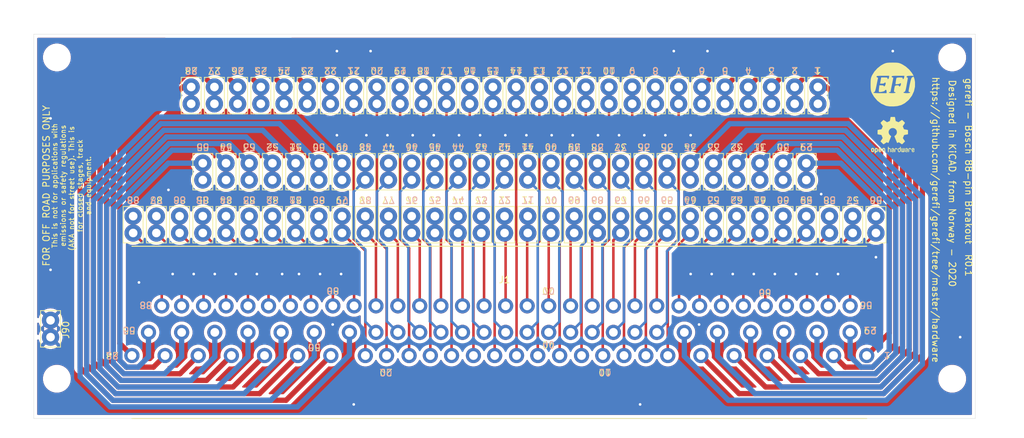
<source format=kicad_pcb>
(kicad_pcb (version 20171130) (host pcbnew "(5.1.5)-3")
  (title_block (title "88 Pin Vag Breakout") (date 2020-06-03) (rev R0.1) (company gerefi) (comment 1 Snake____1))
  (layers (0 F.Cu signal) (31 B.Cu signal) (34 B.Paste user) (35 F.Paste user) (36 B.SilkS user) (37 F.SilkS user) (38 B.Mask user) (39 F.Mask user) (44 Edge.Cuts user))
  (net 0 "")
  (net 1 "Net-(J1-Pad1)")
  (net 2 "Net-(J1-Pad2)")
  (net 3 "Net-(J1-Pad3)")
  (net 4 "Net-(J1-Pad4)")
  (net 5 "Net-(J1-Pad5)")
  (net 6 "Net-(J1-Pad6)")
  (net 7 "Net-(J1-Pad7)")
  (net 8 "Net-(J1-Pad8)")
  (net 9 "Net-(J1-Pad9)")
  (net 10 "Net-(J1-Pad10)")
  (net 11 "Net-(J1-Pad11)")
  (net 12 "Net-(J1-Pad12)")
  (net 13 "Net-(J1-Pad13)")
  (net 14 "Net-(J1-Pad14)")
  (net 15 "Net-(J1-Pad15)")
  (net 16 "Net-(J1-Pad16)")
  (net 17 "Net-(J1-Pad17)")
  (net 18 "Net-(J1-Pad18)")
  (net 19 "Net-(J1-Pad19)")
  (net 20 "Net-(J1-Pad20)")
  (net 21 "Net-(J1-Pad21)")
  (net 22 "Net-(J1-Pad22)")
  (net 23 "Net-(J1-Pad23)")
  (net 24 "Net-(J1-Pad24)")
  (net 25 "Net-(J1-Pad25)")
  (net 26 "Net-(J1-Pad26)")
  (net 27 "Net-(J1-Pad27)")
  (net 28 "Net-(J1-Pad28)")
  (net 29 "Net-(J1-Pad29)")
  (net 30 "Net-(J1-Pad30)")
  (net 31 "Net-(J1-Pad31)")
  (net 32 "Net-(J1-Pad32)")
  (net 33 "Net-(J1-Pad33)")
  (net 34 "Net-(J1-Pad34)")
  (net 35 "Net-(J1-Pad35)")
  (net 36 "Net-(J1-Pad36)")
  (net 37 "Net-(J1-Pad37)")
  (net 38 "Net-(J1-Pad38)")
  (net 39 "Net-(J1-Pad39)")
  (net 40 "Net-(J1-Pad40)")
  (net 41 "Net-(J1-Pad41)")
  (net 42 "Net-(J1-Pad42)")
  (net 43 "Net-(J1-Pad43)")
  (net 44 "Net-(J1-Pad44)")
  (net 45 "Net-(J1-Pad45)")
  (net 46 "Net-(J1-Pad46)")
  (net 47 "Net-(J1-Pad47)")
  (net 48 "Net-(J1-Pad48)")
  (net 49 "Net-(J1-Pad49)")
  (net 50 "Net-(J1-Pad50)")
  (net 51 "Net-(J1-Pad51)")
  (net 52 "Net-(J1-Pad52)")
  (net 53 "Net-(J1-Pad53)")
  (net 54 "Net-(J1-Pad54)")
  (net 55 "Net-(J1-Pad55)")
  (net 56 "Net-(J1-Pad56)")
  (net 57 "Net-(J1-Pad57)")
  (net 58 "Net-(J1-Pad58)")
  (net 59 "Net-(J1-Pad59)")
  (net 60 "Net-(J1-Pad60)")
  (net 61 "Net-(J1-Pad61)")
  (net 62 "Net-(J1-Pad62)")
  (net 63 "Net-(J1-Pad63)")
  (net 64 "Net-(J1-Pad64)")
  (net 65 "Net-(J1-Pad65)")
  (net 66 "Net-(J1-Pad66)")
  (net 67 "Net-(J1-Pad67)")
  (net 68 "Net-(J1-Pad68)")
  (net 69 "Net-(J1-Pad69)")
  (net 70 "Net-(J1-Pad70)")
  (net 71 "Net-(J1-Pad71)")
  (net 72 "Net-(J1-Pad72)")
  (net 73 "Net-(J1-Pad73)")
  (net 74 "Net-(J1-Pad74)")
  (net 75 "Net-(J1-Pad75)")
  (net 76 "Net-(J1-Pad76)")
  (net 77 "Net-(J1-Pad77)")
  (net 78 "Net-(J1-Pad78)")
  (net 79 "Net-(J1-Pad79)")
  (net 80 "Net-(J1-Pad80)")
  (net 81 "Net-(J1-Pad81)")
  (net 82 "Net-(J1-Pad82)")
  (net 83 "Net-(J1-Pad83)")
  (net 84 "Net-(J1-Pad84)")
  (net 85 "Net-(J1-Pad85)")
  (net 86 "Net-(J1-Pad86)")
  (net 87 "Net-(J1-Pad87)")
  (net 88 "Net-(J1-Pad88)")
  (net 89 GND)
  (module Symbol:OSHW-Logo2_7.3x6mm_SilkScreen (layer F.Cu) (at 204.54 90.24)
    (fp_text reference LOGO1 hide)
    (fp_text value Logo_Open_Hardware_Small hide)
  )
  (module TestPoint:TestPoint_Bridge_Pitch2.54mm_Drill1.3mm (layer F.Cu) (at 77.54 120.72 90)
    (fp_text reference J90 (at 1.1 2.3 90) (layer F.SilkS))
    (fp_text value GND)
    (pad 1 thru_hole circle (at 2.54 0 90) (size 2.6 2.6) (drill 1.3) (layers *.Cu *.Mask) (net 89 GND))
    (pad 1 thru_hole circle (at 0 0 90) (size 2.6 2.6) (drill 1.3) (layers *.Cu *.Mask) (net 89 GND))
  )
  (module gerefi_lib:Off_Road_Disclaimer (layer F.Cu) (at 80.08 97.86 90)
    (fp_text reference G2 hide)
    (fp_text value Disclaimer hide)
    (fp_text user "FOR OFF ROAD PURPOSES ONLY" (at 0 -3.175 90) (layer F.SilkS))
    (fp_text user "This is not for applications with" (at 0 -1.905 90) (layer F.SilkS) (effects (font (size 0.762 0.762) (thickness 0.127))))
    (fp_text user "emissions or safety regulations" (at 0 -0.635 90) (layer F.SilkS) (effects (font (size 0.762 0.762) (thickness 0.127))))
    (fp_text user "(AKA not for street use). This is " (at -0.127 0.635 90) (layer F.SilkS) (effects (font (size 0.762 0.762) (thickness 0.127))))
    (fp_text user "for closed stages, track" (at 0 1.905 90) (layer F.SilkS) (effects (font (size 0.762 0.762) (thickness 0.127))))
    (fp_text user "and equipment." (at 0 3.175 90) (layer F.SilkS) (effects (font (size 0.762 0.762) (thickness 0.127))))
  )
  (module gerefi_lib:LOGO (layer F.Cu) (at 204.54 82.62)
    (fp_text reference G1 hide)
    (fp_text value LOGO hide)
  )
  (module gerefi_lib:BOSCH-88pin (layer F.Cu) (at 146 123.5 180)
    (fp_text reference J1 (at 0 11.43) (layer F.SilkS))
    (fp_text value BOSCH_88PIN_02X44)
    (pad 1 thru_hole circle (at -54.61 0 180) (size 2.286 2.286) (drill 1.321) (layers *.Cu *.Mask) (net 1 "Net-(J1-Pad1)"))
    (pad 2 thru_hole circle (at -49.61 0 180) (size 2.286 2.286) (drill 1.321) (layers *.Cu *.Mask) (net 2 "Net-(J1-Pad2)"))
    (pad 3 thru_hole circle (at -44.61 0 180) (size 2.286 2.286) (drill 1.321) (layers *.Cu *.Mask) (net 3 "Net-(J1-Pad3)"))
    (pad 4 thru_hole circle (at -39.61 0 180) (size 2.286 2.286) (drill 1.321) (layers *.Cu *.Mask) (net 4 "Net-(J1-Pad4)"))
    (pad 5 thru_hole circle (at -34.61 0 180) (size 2.286 2.286) (drill 1.321) (layers *.Cu *.Mask) (net 5 "Net-(J1-Pad5)"))
    (pad 6 thru_hole circle (at -29.61 0 180) (size 2.286 2.286) (drill 1.321) (layers *.Cu *.Mask) (net 6 "Net-(J1-Pad6)"))
    (pad 7 thru_hole circle (at -24.61 0 180) (size 2.286 2.286) (drill 1.321) (layers *.Cu *.Mask) (net 7 "Net-(J1-Pad7)"))
    (pad 8 thru_hole circle (at -21.31 0 180) (size 2.286 2.286) (drill 1.321) (layers *.Cu *.Mask) (net 8 "Net-(J1-Pad8)"))
    (pad 9 thru_hole circle (at -18.01 0 180) (size 2.286 2.286) (drill 1.321) (layers *.Cu *.Mask) (net 9 "Net-(J1-Pad9)"))
    (pad 10 thru_hole circle (at -14.81 0 180) (size 2.286 2.286) (drill 1.321) (layers *.Cu *.Mask) (net 10 "Net-(J1-Pad10)"))
    (pad 11 thru_hole circle (at -11.61 0 180) (size 2.286 2.286) (drill 1.321) (layers *.Cu *.Mask) (net 11 "Net-(J1-Pad11)"))
    (pad 12 thru_hole circle (at -8.31 0 180) (size 2.286 2.286) (drill 1.321) (layers *.Cu *.Mask) (net 12 "Net-(J1-Pad12)"))
    (pad 13 thru_hole circle (at -5.01 0 180) (size 2.286 2.286) (drill 1.321) (layers *.Cu *.Mask) (net 13 "Net-(J1-Pad13)"))
    (pad 14 thru_hole circle (at -1.81 0 180) (size 2.286 2.286) (drill 1.321) (layers *.Cu *.Mask) (net 14 "Net-(J1-Pad14)"))
    (pad 15 thru_hole circle (at 1.49 0 180) (size 2.286 2.286) (drill 1.321) (layers *.Cu *.Mask) (net 15 "Net-(J1-Pad15)"))
    (pad 16 thru_hole circle (at 4.69 0 180) (size 2.286 2.286) (drill 1.321) (layers *.Cu *.Mask) (net 16 "Net-(J1-Pad16)"))
    (pad 17 thru_hole circle (at 7.99 0 180) (size 2.286 2.286) (drill 1.321) (layers *.Cu *.Mask) (net 17 "Net-(J1-Pad17)"))
    (pad 18 thru_hole circle (at 11.19 0 180) (size 2.286 2.286) (drill 1.321) (layers *.Cu *.Mask) (net 18 "Net-(J1-Pad18)"))
    (pad 19 thru_hole circle (at 14.39 0 180) (size 2.286 2.286) (drill 1.321) (layers *.Cu *.Mask) (net 19 "Net-(J1-Pad19)"))
    (pad 20 thru_hole circle (at 17.79 0 180) (size 2.286 2.286) (drill 1.321) (layers *.Cu *.Mask) (net 20 "Net-(J1-Pad20)"))
    (pad 21 thru_hole circle (at 20.99 0 180) (size 2.286 2.286) (drill 1.321) (layers *.Cu *.Mask) (net 21 "Net-(J1-Pad21)"))
    (pad 22 thru_hole circle (at 26.19 0 180) (size 2.286 2.286) (drill 1.321) (layers *.Cu *.Mask) (net 22 "Net-(J1-Pad22)"))
    (pad 23 thru_hole circle (at 31.19 0 180) (size 2.286 2.286) (drill 1.321) (layers *.Cu *.Mask) (net 23 "Net-(J1-Pad23)"))
    (pad 24 thru_hole circle (at 36.19 0 180) (size 2.286 2.286) (drill 1.321) (layers *.Cu *.Mask) (net 24 "Net-(J1-Pad24)"))
    (pad 25 thru_hole circle (at 41.19 0 180) (size 2.286 2.286) (drill 1.321) (layers *.Cu *.Mask) (net 25 "Net-(J1-Pad25)"))
    (pad 26 thru_hole circle (at 46.19 0 180) (size 2.286 2.286) (drill 1.321) (layers *.Cu *.Mask) (net 26 "Net-(J1-Pad26)"))
    (pad 27 thru_hole circle (at 51.19 0 180) (size 2.286 2.286) (drill 1.321) (layers *.Cu *.Mask) (net 27 "Net-(J1-Pad27)"))
    (pad 28 thru_hole circle (at 56.19 0 180) (size 2.286 2.286) (drill 1.321) (layers *.Cu *.Mask) (net 28 "Net-(J1-Pad28)"))
    (pad 29 thru_hole circle (at -52.11 3.5 180) (size 2.286 2.286) (drill 1.321) (layers *.Cu *.Mask) (net 29 "Net-(J1-Pad29)"))
    (pad 30 thru_hole circle (at -47.11 3.5 180) (size 2.286 2.286) (drill 1.321) (layers *.Cu *.Mask) (net 30 "Net-(J1-Pad30)"))
    (pad 31 thru_hole circle (at -42.11 3.5 180) (size 2.286 2.286) (drill 1.321) (layers *.Cu *.Mask) (net 31 "Net-(J1-Pad31)"))
    (pad 32 thru_hole circle (at -37.11 3.5 180) (size 2.286 2.286) (drill 1.321) (layers *.Cu *.Mask) (net 32 "Net-(J1-Pad32)"))
    (pad 33 thru_hole circle (at -32.11 3.5 180) (size 2.286 2.286) (drill 1.321) (layers *.Cu *.Mask) (net 33 "Net-(J1-Pad33)"))
    (pad 34 thru_hole circle (at -27.11 3.5 180) (size 2.286 2.286) (drill 1.321) (layers *.Cu *.Mask) (net 34 "Net-(J1-Pad34)"))
    (pad 35 thru_hole circle (at -22.96 3.5 180) (size 2.286 2.286) (drill 1.321) (layers *.Cu *.Mask) (net 35 "Net-(J1-Pad35)"))
    (pad 36 thru_hole circle (at -19.66 3.5 180) (size 2.286 2.286) (drill 1.321) (layers *.Cu *.Mask) (net 36 "Net-(J1-Pad36)"))
    (pad 37 thru_hole circle (at -16.41 3.5 180) (size 2.286 2.286) (drill 1.321) (layers *.Cu *.Mask) (net 37 "Net-(J1-Pad37)"))
    (pad 38 thru_hole circle (at -13.21 3.5 180) (size 2.286 2.286) (drill 1.321) (layers *.Cu *.Mask) (net 38 "Net-(J1-Pad38)"))
    (pad 39 thru_hole circle (at -9.96 3.5 180) (size 2.286 2.286) (drill 1.321) (layers *.Cu *.Mask) (net 39 "Net-(J1-Pad39)"))
    (pad 40 thru_hole circle (at -6.66 3.5 180) (size 2.286 2.286) (drill 1.321) (layers *.Cu *.Mask) (net 40 "Net-(J1-Pad40)"))
    (pad 41 thru_hole circle (at -3.41 3.5 180) (size 2.286 2.286) (drill 1.321) (layers *.Cu *.Mask) (net 41 "Net-(J1-Pad41)"))
    (pad 42 thru_hole circle (at -0.16 3.5 180) (size 2.286 2.286) (drill 1.321) (layers *.Cu *.Mask) (net 42 "Net-(J1-Pad42)"))
    (pad 43 thru_hole circle (at 3.09 3.5 180) (size 2.286 2.286) (drill 1.321) (layers *.Cu *.Mask) (net 43 "Net-(J1-Pad43)"))
    (pad 44 thru_hole circle (at 6.34 3.5 180) (size 2.286 2.286) (drill 1.321) (layers *.Cu *.Mask) (net 44 "Net-(J1-Pad44)"))
    (pad 45 thru_hole circle (at 9.59 3.5 180) (size 2.286 2.286) (drill 1.321) (layers *.Cu *.Mask) (net 45 "Net-(J1-Pad45)"))
    (pad 46 thru_hole circle (at 12.79 3.5 180) (size 2.286 2.286) (drill 1.321) (layers *.Cu *.Mask) (net 46 "Net-(J1-Pad46)"))
    (pad 47 thru_hole circle (at 16.09 3.5 180) (size 2.286 2.286) (drill 1.321) (layers *.Cu *.Mask) (net 47 "Net-(J1-Pad47)"))
    (pad 48 thru_hole circle (at 19.39 3.5 180) (size 2.286 2.286) (drill 1.321) (layers *.Cu *.Mask) (net 48 "Net-(J1-Pad48)"))
    (pad 49 thru_hole circle (at 23.39 3.5 180) (size 2.286 2.286) (drill 1.321) (layers *.Cu *.Mask) (net 49 "Net-(J1-Pad49)"))
    (pad 50 thru_hole circle (at 28.69 3.5 180) (size 2.286 2.286) (drill 1.321) (layers *.Cu *.Mask) (net 50 "Net-(J1-Pad50)"))
    (pad 51 thru_hole circle (at 33.69 3.5 180) (size 2.286 2.286) (drill 1.321) (layers *.Cu *.Mask) (net 51 "Net-(J1-Pad51)"))
    (pad 52 thru_hole circle (at 38.69 3.5 180) (size 2.286 2.286) (drill 1.321) (layers *.Cu *.Mask) (net 52 "Net-(J1-Pad52)"))
    (pad 53 thru_hole circle (at 43.69 3.5 180) (size 2.286 2.286) (drill 1.321) (layers *.Cu *.Mask) (net 53 "Net-(J1-Pad53)"))
    (pad 54 thru_hole circle (at 48.69 3.5 180) (size 2.286 2.286) (drill 1.321) (layers *.Cu *.Mask) (net 54 "Net-(J1-Pad54)"))
    (pad 55 thru_hole circle (at 53.69 3.5 180) (size 2.286 2.286) (drill 1.321) (layers *.Cu *.Mask) (net 55 "Net-(J1-Pad55)"))
    (pad 56 thru_hole circle (at -52.11 7.5 180) (size 2.286 2.286) (drill 1.321) (layers *.Cu *.Mask) (net 56 "Net-(J1-Pad56)"))
    (pad 57 thru_hole circle (at -48.81 7.5 180) (size 2.286 2.286) (drill 1.321) (layers *.Cu *.Mask) (net 57 "Net-(J1-Pad57)"))
    (pad 58 thru_hole circle (at -45.61 7.5 180) (size 2.286 2.286) (drill 1.321) (layers *.Cu *.Mask) (net 58 "Net-(J1-Pad58)"))
    (pad 59 thru_hole circle (at -42.51 7.5 180) (size 2.286 2.286) (drill 1.321) (layers *.Cu *.Mask) (net 59 "Net-(J1-Pad59)"))
    (pad 60 thru_hole circle (at -39.31 7.5 180) (size 2.286 2.286) (drill 1.321) (layers *.Cu *.Mask) (net 60 "Net-(J1-Pad60)"))
    (pad 61 thru_hole circle (at -36.01 7.5 180) (size 2.286 2.286) (drill 1.321) (layers *.Cu *.Mask) (net 61 "Net-(J1-Pad61)"))
    (pad 62 thru_hole circle (at -32.71 7.5 180) (size 2.286 2.286) (drill 1.321) (layers *.Cu *.Mask) (net 62 "Net-(J1-Pad62)"))
    (pad 63 thru_hole circle (at -29.41 7.5 180) (size 2.286 2.286) (drill 1.321) (layers *.Cu *.Mask) (net 63 "Net-(J1-Pad63)"))
    (pad 64 thru_hole circle (at -26.31 7.5 180) (size 2.286 2.286) (drill 1.321) (layers *.Cu *.Mask) (net 64 "Net-(J1-Pad64)"))
    (pad 65 thru_hole circle (at -22.96 7.5 180) (size 2.286 2.286) (drill 1.321) (layers *.Cu *.Mask) (net 65 "Net-(J1-Pad65)"))
    (pad 66 thru_hole circle (at -19.66 7.5 180) (size 2.286 2.286) (drill 1.321) (layers *.Cu *.Mask) (net 66 "Net-(J1-Pad66)"))
    (pad 67 thru_hole circle (at -16.41 7.5 180) (size 2.286 2.286) (drill 1.321) (layers *.Cu *.Mask) (net 67 "Net-(J1-Pad67)"))
    (pad 68 thru_hole circle (at -13.21 7.5 180) (size 2.286 2.286) (drill 1.321) (layers *.Cu *.Mask) (net 68 "Net-(J1-Pad68)"))
    (pad 69 thru_hole circle (at -9.96 7.5 180) (size 2.286 2.286) (drill 1.321) (layers *.Cu *.Mask) (net 69 "Net-(J1-Pad69)"))
    (pad 70 thru_hole circle (at -6.66 7.5 180) (size 2.286 2.286) (drill 1.321) (layers *.Cu *.Mask) (net 70 "Net-(J1-Pad70)"))
    (pad 71 thru_hole circle (at -3.41 7.5 180) (size 2.286 2.286) (drill 1.321) (layers *.Cu *.Mask) (net 71 "Net-(J1-Pad71)"))
    (pad 72 thru_hole circle (at -0.16 7.5 180) (size 2.286 2.286) (drill 1.321) (layers *.Cu *.Mask) (net 72 "Net-(J1-Pad72)"))
    (pad 73 thru_hole circle (at 3.09 7.5 180) (size 2.286 2.286) (drill 1.321) (layers *.Cu *.Mask) (net 73 "Net-(J1-Pad73)"))
    (pad 74 thru_hole circle (at 6.34 7.5 180) (size 2.286 2.286) (drill 1.321) (layers *.Cu *.Mask) (net 74 "Net-(J1-Pad74)"))
    (pad 75 thru_hole circle (at 9.59 7.5 180) (size 2.286 2.286) (drill 1.321) (layers *.Cu *.Mask) (net 75 "Net-(J1-Pad75)"))
    (pad 76 thru_hole circle (at 12.79 7.5 180) (size 2.286 2.286) (drill 1.321) (layers *.Cu *.Mask) (net 76 "Net-(J1-Pad76)"))
    (pad 77 thru_hole circle (at 16.09 7.5 180) (size 2.286 2.286) (drill 1.321) (layers *.Cu *.Mask) (net 77 "Net-(J1-Pad77)"))
    (pad 78 thru_hole circle (at 19.39 7.5 180) (size 2.286 2.286) (drill 1.321) (layers *.Cu *.Mask) (net 78 "Net-(J1-Pad78)"))
    (pad 79 thru_hole circle (at 22.69 7.5 180) (size 2.286 2.286) (drill 1.321) (layers *.Cu *.Mask) (net 79 "Net-(J1-Pad79)"))
    (pad 80 thru_hole circle (at 25.89 7.5 180) (size 2.286 2.286) (drill 1.321) (layers *.Cu *.Mask) (net 80 "Net-(J1-Pad80)"))
    (pad 81 thru_hole circle (at 29.19 7.5 180) (size 2.286 2.286) (drill 1.321) (layers *.Cu *.Mask) (net 81 "Net-(J1-Pad81)"))
    (pad 82 thru_hole circle (at 32.29 7.5 180) (size 2.286 2.286) (drill 1.321) (layers *.Cu *.Mask) (net 82 "Net-(J1-Pad82)"))
    (pad 83 thru_hole circle (at 35.59 7.5 180) (size 2.286 2.286) (drill 1.321) (layers *.Cu *.Mask) (net 83 "Net-(J1-Pad83)"))
    (pad 84 thru_hole circle (at 38.69 7.5 180) (size 2.286 2.286) (drill 1.321) (layers *.Cu *.Mask) (net 84 "Net-(J1-Pad84)"))
    (pad 85 thru_hole circle (at 41.99 7.5 180) (size 2.286 2.286) (drill 1.321) (layers *.Cu *.Mask) (net 85 "Net-(J1-Pad85)"))
    (pad 86 thru_hole circle (at 45.39 7.5 180) (size 2.286 2.286) (drill 1.321) (layers *.Cu *.Mask) (net 86 "Net-(J1-Pad86)"))
    (pad 87 thru_hole circle (at 48.69 7.5 180) (size 2.286 2.286) (drill 1.321) (layers *.Cu *.Mask) (net 87 "Net-(J1-Pad87)"))
    (pad 88 thru_hole circle (at 51.69 7.5 180) (size 2.286 2.286) (drill 1.321) (layers *.Cu *.Mask) (net 88 "Net-(J1-Pad88)"))
  )
  (module TestPoint:TestPoint_Bridge_Pitch2.54mm_Drill1.3mm (layer F.Cu) (at 193.25 85.5 90)
    (fp_text reference J2 hide)
    (fp_text value Pin1)
    (pad 1 thru_hole circle (at 0 0 90) (size 2.6 2.6) (drill 1.3) (layers *.Cu *.Mask) (net 1 "Net-(J1-Pad1)"))
    (pad 1 thru_hole circle (at 2.54 0 90) (size 2.6 2.6) (drill 1.3) (layers *.Cu *.Mask) (net 1 "Net-(J1-Pad1)"))
  )
  (module TestPoint:TestPoint_Bridge_Pitch2.54mm_Drill1.3mm (layer F.Cu) (at 186.25 85.5 90)
    (fp_text reference J3 hide)
    (fp_text value Pin3)
    (pad 1 thru_hole circle (at 2.54 0 90) (size 2.6 2.6) (drill 1.3) (layers *.Cu *.Mask) (net 3 "Net-(J1-Pad3)"))
    (pad 1 thru_hole circle (at 0 0 90) (size 2.6 2.6) (drill 1.3) (layers *.Cu *.Mask) (net 3 "Net-(J1-Pad3)"))
  )
  (module TestPoint:TestPoint_Bridge_Pitch2.54mm_Drill1.3mm (layer F.Cu) (at 179.25 85.5 90)
    (fp_text reference J4 hide)
    (fp_text value Pin5)
    (pad 1 thru_hole circle (at 0 0 90) (size 2.6 2.6) (drill 1.3) (layers *.Cu *.Mask) (net 5 "Net-(J1-Pad5)"))
    (pad 1 thru_hole circle (at 2.54 0 90) (size 2.6 2.6) (drill 1.3) (layers *.Cu *.Mask) (net 5 "Net-(J1-Pad5)"))
  )
  (module TestPoint:TestPoint_Bridge_Pitch2.54mm_Drill1.3mm (layer F.Cu) (at 172.25 85.5 90)
    (fp_text reference J5 hide)
    (fp_text value Pin7)
    (pad 1 thru_hole circle (at 2.54 0 90) (size 2.6 2.6) (drill 1.3) (layers *.Cu *.Mask) (net 7 "Net-(J1-Pad7)"))
    (pad 1 thru_hole circle (at 0 0 90) (size 2.6 2.6) (drill 1.3) (layers *.Cu *.Mask) (net 7 "Net-(J1-Pad7)"))
  )
  (module TestPoint:TestPoint_Bridge_Pitch2.54mm_Drill1.3mm (layer F.Cu) (at 165.25 85.5 90)
    (fp_text reference J6 hide)
    (fp_text value Pin9)
    (pad 1 thru_hole circle (at 0 0 90) (size 2.6 2.6) (drill 1.3) (layers *.Cu *.Mask) (net 9 "Net-(J1-Pad9)"))
    (pad 1 thru_hole circle (at 2.54 0 90) (size 2.6 2.6) (drill 1.3) (layers *.Cu *.Mask) (net 9 "Net-(J1-Pad9)"))
  )
  (module TestPoint:TestPoint_Bridge_Pitch2.54mm_Drill1.3mm (layer F.Cu) (at 158.25 85.5 90)
    (fp_text reference J7 hide)
    (fp_text value Pin11)
    (pad 1 thru_hole circle (at 0 0 90) (size 2.6 2.6) (drill 1.3) (layers *.Cu *.Mask) (net 11 "Net-(J1-Pad11)"))
    (pad 1 thru_hole circle (at 2.54 0 90) (size 2.6 2.6) (drill 1.3) (layers *.Cu *.Mask) (net 11 "Net-(J1-Pad11)"))
  )
  (module TestPoint:TestPoint_Bridge_Pitch2.54mm_Drill1.3mm (layer F.Cu) (at 151.25 85.5 90)
    (fp_text reference J8 hide)
    (fp_text value Pin13)
    (pad 1 thru_hole circle (at 2.54 0 90) (size 2.6 2.6) (drill 1.3) (layers *.Cu *.Mask) (net 13 "Net-(J1-Pad13)"))
    (pad 1 thru_hole circle (at 0 0 90) (size 2.6 2.6) (drill 1.3) (layers *.Cu *.Mask) (net 13 "Net-(J1-Pad13)"))
  )
  (module TestPoint:TestPoint_Bridge_Pitch2.54mm_Drill1.3mm (layer F.Cu) (at 144.25 85.5 90)
    (fp_text reference J9 hide)
    (fp_text value Pin15)
    (pad 1 thru_hole circle (at 0 0 90) (size 2.6 2.6) (drill 1.3) (layers *.Cu *.Mask) (net 15 "Net-(J1-Pad15)"))
    (pad 1 thru_hole circle (at 2.54 0 90) (size 2.6 2.6) (drill 1.3) (layers *.Cu *.Mask) (net 15 "Net-(J1-Pad15)"))
  )
  (module TestPoint:TestPoint_Bridge_Pitch2.54mm_Drill1.3mm (layer F.Cu) (at 137.25 85.5 90)
    (fp_text reference J10 hide)
    (fp_text value Pin17)
    (pad 1 thru_hole circle (at 2.54 0 90) (size 2.6 2.6) (drill 1.3) (layers *.Cu *.Mask) (net 17 "Net-(J1-Pad17)"))
    (pad 1 thru_hole circle (at 0 0 90) (size 2.6 2.6) (drill 1.3) (layers *.Cu *.Mask) (net 17 "Net-(J1-Pad17)"))
  )
  (module TestPoint:TestPoint_Bridge_Pitch2.54mm_Drill1.3mm (layer F.Cu) (at 130.25 85.5 90)
    (fp_text reference J11 hide)
    (fp_text value Pin19)
    (pad 1 thru_hole circle (at 0 0 90) (size 2.6 2.6) (drill 1.3) (layers *.Cu *.Mask) (net 19 "Net-(J1-Pad19)"))
    (pad 1 thru_hole circle (at 2.54 0 90) (size 2.6 2.6) (drill 1.3) (layers *.Cu *.Mask) (net 19 "Net-(J1-Pad19)"))
  )
  (module TestPoint:TestPoint_Bridge_Pitch2.54mm_Drill1.3mm (layer F.Cu) (at 123.25 85.5 90)
    (fp_text reference J12 hide)
    (fp_text value Pin21)
    (pad 1 thru_hole circle (at 0 0 90) (size 2.6 2.6) (drill 1.3) (layers *.Cu *.Mask) (net 21 "Net-(J1-Pad21)"))
    (pad 1 thru_hole circle (at 2.54 0 90) (size 2.6 2.6) (drill 1.3) (layers *.Cu *.Mask) (net 21 "Net-(J1-Pad21)"))
  )
  (module TestPoint:TestPoint_Bridge_Pitch2.54mm_Drill1.3mm (layer F.Cu) (at 116.25 85.5 90)
    (fp_text reference J13 hide)
    (fp_text value Pin23)
    (pad 1 thru_hole circle (at 0 0 90) (size 2.6 2.6) (drill 1.3) (layers *.Cu *.Mask) (net 23 "Net-(J1-Pad23)"))
    (pad 1 thru_hole circle (at 2.54 0 90) (size 2.6 2.6) (drill 1.3) (layers *.Cu *.Mask) (net 23 "Net-(J1-Pad23)"))
  )
  (module TestPoint:TestPoint_Bridge_Pitch2.54mm_Drill1.3mm (layer F.Cu) (at 109.25 85.5 90)
    (fp_text reference J14 hide)
    (fp_text value Pin25)
    (pad 1 thru_hole circle (at 2.54 0 90) (size 2.6 2.6) (drill 1.3) (layers *.Cu *.Mask) (net 25 "Net-(J1-Pad25)"))
    (pad 1 thru_hole circle (at 0 0 90) (size 2.6 2.6) (drill 1.3) (layers *.Cu *.Mask) (net 25 "Net-(J1-Pad25)"))
  )
  (module TestPoint:TestPoint_Bridge_Pitch2.54mm_Drill1.3mm (layer F.Cu) (at 102.25 85.5 90)
    (fp_text reference J15 hide)
    (fp_text value Pin27)
    (pad 1 thru_hole circle (at 0 0 90) (size 2.6 2.6) (drill 1.3) (layers *.Cu *.Mask) (net 27 "Net-(J1-Pad27)"))
    (pad 1 thru_hole circle (at 2.54 0 90) (size 2.6 2.6) (drill 1.3) (layers *.Cu *.Mask) (net 27 "Net-(J1-Pad27)"))
  )
  (module TestPoint:TestPoint_Bridge_Pitch2.54mm_Drill1.3mm (layer F.Cu) (at 191.5 97 90)
    (fp_text reference J16 hide)
    (fp_text value Pin29)
    (pad 1 thru_hole circle (at 2.54 0 90) (size 2.6 2.6) (drill 1.3) (layers *.Cu *.Mask) (net 29 "Net-(J1-Pad29)"))
    (pad 1 thru_hole circle (at 0 0 90) (size 2.6 2.6) (drill 1.3) (layers *.Cu *.Mask) (net 29 "Net-(J1-Pad29)"))
  )
  (module TestPoint:TestPoint_Bridge_Pitch2.54mm_Drill1.3mm (layer F.Cu) (at 184.5 97 90)
    (fp_text reference J17 hide)
    (fp_text value Pin31)
    (pad 1 thru_hole circle (at 0 0 90) (size 2.6 2.6) (drill 1.3) (layers *.Cu *.Mask) (net 31 "Net-(J1-Pad31)"))
    (pad 1 thru_hole circle (at 2.54 0 90) (size 2.6 2.6) (drill 1.3) (layers *.Cu *.Mask) (net 31 "Net-(J1-Pad31)"))
  )
  (module TestPoint:TestPoint_Bridge_Pitch2.54mm_Drill1.3mm (layer F.Cu) (at 177.5 97 90)
    (fp_text reference J18 hide)
    (fp_text value Pin33)
    (pad 1 thru_hole circle (at 2.54 0 90) (size 2.6 2.6) (drill 1.3) (layers *.Cu *.Mask) (net 33 "Net-(J1-Pad33)"))
    (pad 1 thru_hole circle (at 0 0 90) (size 2.6 2.6) (drill 1.3) (layers *.Cu *.Mask) (net 33 "Net-(J1-Pad33)"))
  )
  (module TestPoint:TestPoint_Bridge_Pitch2.54mm_Drill1.3mm (layer F.Cu) (at 170.5 97 90)
    (fp_text reference J19 hide)
    (fp_text value Pin35)
    (pad 1 thru_hole circle (at 0 0 90) (size 2.6 2.6) (drill 1.3) (layers *.Cu *.Mask) (net 35 "Net-(J1-Pad35)"))
    (pad 1 thru_hole circle (at 2.54 0 90) (size 2.6 2.6) (drill 1.3) (layers *.Cu *.Mask) (net 35 "Net-(J1-Pad35)"))
  )
  (module TestPoint:TestPoint_Bridge_Pitch2.54mm_Drill1.3mm (layer F.Cu) (at 163.5 97 90)
    (fp_text reference J20 hide)
    (fp_text value Pin37)
    (pad 1 thru_hole circle (at 2.54 0 90) (size 2.6 2.6) (drill 1.3) (layers *.Cu *.Mask) (net 37 "Net-(J1-Pad37)"))
    (pad 1 thru_hole circle (at 0 0 90) (size 2.6 2.6) (drill 1.3) (layers *.Cu *.Mask) (net 37 "Net-(J1-Pad37)"))
  )
  (module TestPoint:TestPoint_Bridge_Pitch2.54mm_Drill1.3mm (layer F.Cu) (at 156.5 97 90)
    (fp_text reference J21 hide)
    (fp_text value Pin39)
    (pad 1 thru_hole circle (at 0 0 90) (size 2.6 2.6) (drill 1.3) (layers *.Cu *.Mask) (net 39 "Net-(J1-Pad39)"))
    (pad 1 thru_hole circle (at 2.54 0 90) (size 2.6 2.6) (drill 1.3) (layers *.Cu *.Mask) (net 39 "Net-(J1-Pad39)"))
  )
  (module TestPoint:TestPoint_Bridge_Pitch2.54mm_Drill1.3mm (layer F.Cu) (at 149.5 97 90)
    (fp_text reference J22 hide)
    (fp_text value Pin41)
    (pad 1 thru_hole circle (at 2.54 0 90) (size 2.6 2.6) (drill 1.3) (layers *.Cu *.Mask) (net 41 "Net-(J1-Pad41)"))
    (pad 1 thru_hole circle (at 0 0 90) (size 2.6 2.6) (drill 1.3) (layers *.Cu *.Mask) (net 41 "Net-(J1-Pad41)"))
  )
  (module TestPoint:TestPoint_Bridge_Pitch2.54mm_Drill1.3mm (layer F.Cu) (at 142.5 97 90)
    (fp_text reference J23 hide)
    (fp_text value Pin43)
    (pad 1 thru_hole circle (at 2.54 0 90) (size 2.6 2.6) (drill 1.3) (layers *.Cu *.Mask) (net 43 "Net-(J1-Pad43)"))
    (pad 1 thru_hole circle (at 0 0 90) (size 2.6 2.6) (drill 1.3) (layers *.Cu *.Mask) (net 43 "Net-(J1-Pad43)"))
  )
  (module TestPoint:TestPoint_Bridge_Pitch2.54mm_Drill1.3mm (layer F.Cu) (at 135.5 97 90)
    (fp_text reference J24 hide)
    (fp_text value Pin45)
    (pad 1 thru_hole circle (at 0 0 90) (size 2.6 2.6) (drill 1.3) (layers *.Cu *.Mask) (net 45 "Net-(J1-Pad45)"))
    (pad 1 thru_hole circle (at 2.54 0 90) (size 2.6 2.6) (drill 1.3) (layers *.Cu *.Mask) (net 45 "Net-(J1-Pad45)"))
  )
  (module TestPoint:TestPoint_Bridge_Pitch2.54mm_Drill1.3mm (layer F.Cu) (at 128.5 97 90)
    (fp_text reference J25 hide)
    (fp_text value Pin47)
    (pad 1 thru_hole circle (at 2.54 0 90) (size 2.6 2.6) (drill 1.3) (layers *.Cu *.Mask) (net 47 "Net-(J1-Pad47)"))
    (pad 1 thru_hole circle (at 0 0 90) (size 2.6 2.6) (drill 1.3) (layers *.Cu *.Mask) (net 47 "Net-(J1-Pad47)"))
  )
  (module TestPoint:TestPoint_Bridge_Pitch2.54mm_Drill1.3mm (layer F.Cu) (at 121.5 97 90)
    (fp_text reference J26 hide)
    (fp_text value Pin49)
    (pad 1 thru_hole circle (at 0 0 90) (size 2.6 2.6) (drill 1.3) (layers *.Cu *.Mask) (net 49 "Net-(J1-Pad49)"))
    (pad 1 thru_hole circle (at 2.54 0 90) (size 2.6 2.6) (drill 1.3) (layers *.Cu *.Mask) (net 49 "Net-(J1-Pad49)"))
  )
  (module TestPoint:TestPoint_Bridge_Pitch2.54mm_Drill1.3mm (layer F.Cu) (at 114.5 97 90)
    (fp_text reference J27 hide)
    (fp_text value Pin51)
    (pad 1 thru_hole circle (at 2.54 0 90) (size 2.6 2.6) (drill 1.3) (layers *.Cu *.Mask) (net 51 "Net-(J1-Pad51)"))
    (pad 1 thru_hole circle (at 0 0 90) (size 2.6 2.6) (drill 1.3) (layers *.Cu *.Mask) (net 51 "Net-(J1-Pad51)"))
  )
  (module TestPoint:TestPoint_Bridge_Pitch2.54mm_Drill1.3mm (layer F.Cu) (at 107.5 97 90)
    (fp_text reference J28 hide)
    (fp_text value Pin53)
    (pad 1 thru_hole circle (at 0 0 90) (size 2.6 2.6) (drill 1.3) (layers *.Cu *.Mask) (net 53 "Net-(J1-Pad53)"))
    (pad 1 thru_hole circle (at 2.54 0 90) (size 2.6 2.6) (drill 1.3) (layers *.Cu *.Mask) (net 53 "Net-(J1-Pad53)"))
  )
  (module TestPoint:TestPoint_Bridge_Pitch2.54mm_Drill1.3mm (layer F.Cu) (at 100.5 97 90)
    (fp_text reference J29 hide)
    (fp_text value Pin55)
    (pad 1 thru_hole circle (at 2.54 0 90) (size 2.6 2.6) (drill 1.3) (layers *.Cu *.Mask) (net 55 "Net-(J1-Pad55)"))
    (pad 1 thru_hole circle (at 0 0 90) (size 2.6 2.6) (drill 1.3) (layers *.Cu *.Mask) (net 55 "Net-(J1-Pad55)"))
  )
  (module TestPoint:TestPoint_Bridge_Pitch2.54mm_Drill1.3mm (layer F.Cu) (at 198.5 105 90)
    (fp_text reference J30 hide)
    (fp_text value Pin57)
    (pad 1 thru_hole circle (at 0 0 90) (size 2.6 2.6) (drill 1.3) (layers *.Cu *.Mask) (net 57 "Net-(J1-Pad57)"))
    (pad 1 thru_hole circle (at 2.54 0 90) (size 2.6 2.6) (drill 1.3) (layers *.Cu *.Mask) (net 57 "Net-(J1-Pad57)"))
  )
  (module TestPoint:TestPoint_Bridge_Pitch2.54mm_Drill1.3mm (layer F.Cu) (at 191.5 105 90)
    (fp_text reference J31 hide)
    (fp_text value Pin59)
    (pad 1 thru_hole circle (at 2.54 0 90) (size 2.6 2.6) (drill 1.3) (layers *.Cu *.Mask) (net 59 "Net-(J1-Pad59)"))
    (pad 1 thru_hole circle (at 0 0 90) (size 2.6 2.6) (drill 1.3) (layers *.Cu *.Mask) (net 59 "Net-(J1-Pad59)"))
  )
  (module TestPoint:TestPoint_Bridge_Pitch2.54mm_Drill1.3mm (layer F.Cu) (at 184.5 105 90)
    (fp_text reference J32 hide)
    (fp_text value Pin61)
    (pad 1 thru_hole circle (at 0 0 90) (size 2.6 2.6) (drill 1.3) (layers *.Cu *.Mask) (net 61 "Net-(J1-Pad61)"))
    (pad 1 thru_hole circle (at 2.54 0 90) (size 2.6 2.6) (drill 1.3) (layers *.Cu *.Mask) (net 61 "Net-(J1-Pad61)"))
  )
  (module TestPoint:TestPoint_Bridge_Pitch2.54mm_Drill1.3mm (layer F.Cu) (at 177.5 105 90)
    (fp_text reference J33 hide)
    (fp_text value Pin63)
    (pad 1 thru_hole circle (at 2.54 0 90) (size 2.6 2.6) (drill 1.3) (layers *.Cu *.Mask) (net 63 "Net-(J1-Pad63)"))
    (pad 1 thru_hole circle (at 0 0 90) (size 2.6 2.6) (drill 1.3) (layers *.Cu *.Mask) (net 63 "Net-(J1-Pad63)"))
  )
  (module TestPoint:TestPoint_Bridge_Pitch2.54mm_Drill1.3mm (layer F.Cu) (at 170.5 105 90)
    (fp_text reference J34 hide)
    (fp_text value Pin65)
    (pad 1 thru_hole circle (at 2.54 0 90) (size 2.6 2.6) (drill 1.3) (layers *.Cu *.Mask) (net 65 "Net-(J1-Pad65)"))
    (pad 1 thru_hole circle (at 0 0 90) (size 2.6 2.6) (drill 1.3) (layers *.Cu *.Mask) (net 65 "Net-(J1-Pad65)"))
  )
  (module TestPoint:TestPoint_Bridge_Pitch2.54mm_Drill1.3mm (layer F.Cu) (at 163.5 105 90)
    (fp_text reference J35 hide)
    (fp_text value Pin67)
    (pad 1 thru_hole circle (at 2.54 0 90) (size 2.6 2.6) (drill 1.3) (layers *.Cu *.Mask) (net 67 "Net-(J1-Pad67)"))
    (pad 1 thru_hole circle (at 0 0 90) (size 2.6 2.6) (drill 1.3) (layers *.Cu *.Mask) (net 67 "Net-(J1-Pad67)"))
  )
  (module TestPoint:TestPoint_Bridge_Pitch2.54mm_Drill1.3mm (layer F.Cu) (at 156.5 105 90)
    (fp_text reference J36 hide)
    (fp_text value Pin69)
    (pad 1 thru_hole circle (at 0 0 90) (size 2.6 2.6) (drill 1.3) (layers *.Cu *.Mask) (net 69 "Net-(J1-Pad69)"))
    (pad 1 thru_hole circle (at 2.54 0 90) (size 2.6 2.6) (drill 1.3) (layers *.Cu *.Mask) (net 69 "Net-(J1-Pad69)"))
  )
  (module TestPoint:TestPoint_Bridge_Pitch2.54mm_Drill1.3mm (layer F.Cu) (at 149.5 105 90)
    (fp_text reference J37 hide)
    (fp_text value Pin71)
    (pad 1 thru_hole circle (at 2.54 0 90) (size 2.6 2.6) (drill 1.3) (layers *.Cu *.Mask) (net 71 "Net-(J1-Pad71)"))
    (pad 1 thru_hole circle (at 0 0 90) (size 2.6 2.6) (drill 1.3) (layers *.Cu *.Mask) (net 71 "Net-(J1-Pad71)"))
  )
  (module TestPoint:TestPoint_Bridge_Pitch2.54mm_Drill1.3mm (layer F.Cu) (at 142.5 105 90)
    (fp_text reference J38 hide)
    (fp_text value Pin73)
    (pad 1 thru_hole circle (at 0 0 90) (size 2.6 2.6) (drill 1.3) (layers *.Cu *.Mask) (net 73 "Net-(J1-Pad73)"))
    (pad 1 thru_hole circle (at 2.54 0 90) (size 2.6 2.6) (drill 1.3) (layers *.Cu *.Mask) (net 73 "Net-(J1-Pad73)"))
  )
  (module TestPoint:TestPoint_Bridge_Pitch2.54mm_Drill1.3mm (layer F.Cu) (at 135.5 105 90)
    (fp_text reference J39 hide)
    (fp_text value Pin75)
    (pad 1 thru_hole circle (at 2.54 0 90) (size 2.6 2.6) (drill 1.3) (layers *.Cu *.Mask) (net 75 "Net-(J1-Pad75)"))
    (pad 1 thru_hole circle (at 0 0 90) (size 2.6 2.6) (drill 1.3) (layers *.Cu *.Mask) (net 75 "Net-(J1-Pad75)"))
  )
  (module TestPoint:TestPoint_Bridge_Pitch2.54mm_Drill1.3mm (layer F.Cu) (at 128.5 105 90)
    (fp_text reference J40 hide)
    (fp_text value Pin77)
    (pad 1 thru_hole circle (at 0 0 90) (size 2.6 2.6) (drill 1.3) (layers *.Cu *.Mask) (net 77 "Net-(J1-Pad77)"))
    (pad 1 thru_hole circle (at 2.54 0 90) (size 2.6 2.6) (drill 1.3) (layers *.Cu *.Mask) (net 77 "Net-(J1-Pad77)"))
  )
  (module TestPoint:TestPoint_Bridge_Pitch2.54mm_Drill1.3mm (layer F.Cu) (at 121.5 105 90)
    (fp_text reference J41 hide)
    (fp_text value Pin79)
    (pad 1 thru_hole circle (at 2.54 0 90) (size 2.6 2.6) (drill 1.3) (layers *.Cu *.Mask) (net 79 "Net-(J1-Pad79)"))
    (pad 1 thru_hole circle (at 0 0 90) (size 2.6 2.6) (drill 1.3) (layers *.Cu *.Mask) (net 79 "Net-(J1-Pad79)"))
  )
  (module TestPoint:TestPoint_Bridge_Pitch2.54mm_Drill1.3mm (layer F.Cu) (at 114.5 105 90)
    (fp_text reference J42 hide)
    (fp_text value Pin81)
    (pad 1 thru_hole circle (at 0 0 90) (size 2.6 2.6) (drill 1.3) (layers *.Cu *.Mask) (net 81 "Net-(J1-Pad81)"))
    (pad 1 thru_hole circle (at 2.54 0 90) (size 2.6 2.6) (drill 1.3) (layers *.Cu *.Mask) (net 81 "Net-(J1-Pad81)"))
  )
  (module TestPoint:TestPoint_Bridge_Pitch2.54mm_Drill1.3mm (layer F.Cu) (at 107.5 105 90)
    (fp_text reference J43 hide)
    (fp_text value Pin83)
    (pad 1 thru_hole circle (at 2.54 0 90) (size 2.6 2.6) (drill 1.3) (layers *.Cu *.Mask) (net 83 "Net-(J1-Pad83)"))
    (pad 1 thru_hole circle (at 0 0 90) (size 2.6 2.6) (drill 1.3) (layers *.Cu *.Mask) (net 83 "Net-(J1-Pad83)"))
  )
  (module TestPoint:TestPoint_Bridge_Pitch2.54mm_Drill1.3mm (layer F.Cu) (at 100.5 105 90)
    (fp_text reference J44 hide)
    (fp_text value Pin85)
    (pad 1 thru_hole circle (at 0 0 90) (size 2.6 2.6) (drill 1.3) (layers *.Cu *.Mask) (net 85 "Net-(J1-Pad85)"))
    (pad 1 thru_hole circle (at 2.54 0 90) (size 2.6 2.6) (drill 1.3) (layers *.Cu *.Mask) (net 85 "Net-(J1-Pad85)"))
  )
  (module TestPoint:TestPoint_Bridge_Pitch2.54mm_Drill1.3mm (layer F.Cu) (at 93.5 105 90)
    (fp_text reference J45 hide)
    (fp_text value Pin87)
    (pad 1 thru_hole circle (at 2.54 0 90) (size 2.6 2.6) (drill 1.3) (layers *.Cu *.Mask) (net 87 "Net-(J1-Pad87)"))
    (pad 1 thru_hole circle (at 0 0 90) (size 2.6 2.6) (drill 1.3) (layers *.Cu *.Mask) (net 87 "Net-(J1-Pad87)"))
  )
  (module TestPoint:TestPoint_Bridge_Pitch2.54mm_Drill1.3mm (layer F.Cu) (at 189.75 85.5 90)
    (fp_text reference J46 hide)
    (fp_text value Pin2)
    (pad 1 thru_hole circle (at 0 0 90) (size 2.6 2.6) (drill 1.3) (layers *.Cu *.Mask) (net 2 "Net-(J1-Pad2)"))
    (pad 1 thru_hole circle (at 2.54 0 90) (size 2.6 2.6) (drill 1.3) (layers *.Cu *.Mask) (net 2 "Net-(J1-Pad2)"))
  )
  (module TestPoint:TestPoint_Bridge_Pitch2.54mm_Drill1.3mm (layer F.Cu) (at 182.75 85.5 90)
    (fp_text reference J47 hide)
    (fp_text value Pin4)
    (pad 1 thru_hole circle (at 2.54 0 90) (size 2.6 2.6) (drill 1.3) (layers *.Cu *.Mask) (net 4 "Net-(J1-Pad4)"))
    (pad 1 thru_hole circle (at 0 0 90) (size 2.6 2.6) (drill 1.3) (layers *.Cu *.Mask) (net 4 "Net-(J1-Pad4)"))
  )
  (module TestPoint:TestPoint_Bridge_Pitch2.54mm_Drill1.3mm (layer F.Cu) (at 175.75 85.5 90)
    (fp_text reference J48 hide)
    (fp_text value Pin6)
    (pad 1 thru_hole circle (at 0 0 90) (size 2.6 2.6) (drill 1.3) (layers *.Cu *.Mask) (net 6 "Net-(J1-Pad6)"))
    (pad 1 thru_hole circle (at 2.54 0 90) (size 2.6 2.6) (drill 1.3) (layers *.Cu *.Mask) (net 6 "Net-(J1-Pad6)"))
  )
  (module TestPoint:TestPoint_Bridge_Pitch2.54mm_Drill1.3mm (layer F.Cu) (at 168.75 85.5 90)
    (fp_text reference J49 hide)
    (fp_text value Pin8)
    (pad 1 thru_hole circle (at 2.54 0 90) (size 2.6 2.6) (drill 1.3) (layers *.Cu *.Mask) (net 8 "Net-(J1-Pad8)"))
    (pad 1 thru_hole circle (at 0 0 90) (size 2.6 2.6) (drill 1.3) (layers *.Cu *.Mask) (net 8 "Net-(J1-Pad8)"))
  )
  (module TestPoint:TestPoint_Bridge_Pitch2.54mm_Drill1.3mm (layer F.Cu) (at 161.75 85.5 90)
    (fp_text reference J50 hide)
    (fp_text value Pin10)
    (pad 1 thru_hole circle (at 0 0 90) (size 2.6 2.6) (drill 1.3) (layers *.Cu *.Mask) (net 10 "Net-(J1-Pad10)"))
    (pad 1 thru_hole circle (at 2.54 0 90) (size 2.6 2.6) (drill 1.3) (layers *.Cu *.Mask) (net 10 "Net-(J1-Pad10)"))
  )
  (module TestPoint:TestPoint_Bridge_Pitch2.54mm_Drill1.3mm (layer F.Cu) (at 154.75 85.5 90)
    (fp_text reference J51 hide)
    (fp_text value Pin12)
    (pad 1 thru_hole circle (at 2.54 0 90) (size 2.6 2.6) (drill 1.3) (layers *.Cu *.Mask) (net 12 "Net-(J1-Pad12)"))
    (pad 1 thru_hole circle (at 0 0 90) (size 2.6 2.6) (drill 1.3) (layers *.Cu *.Mask) (net 12 "Net-(J1-Pad12)"))
  )
  (module TestPoint:TestPoint_Bridge_Pitch2.54mm_Drill1.3mm (layer F.Cu) (at 147.75 85.5 90)
    (fp_text reference J52 hide)
    (fp_text value Pin14)
    (pad 1 thru_hole circle (at 0 0 90) (size 2.6 2.6) (drill 1.3) (layers *.Cu *.Mask) (net 14 "Net-(J1-Pad14)"))
    (pad 1 thru_hole circle (at 2.54 0 90) (size 2.6 2.6) (drill 1.3) (layers *.Cu *.Mask) (net 14 "Net-(J1-Pad14)"))
  )
  (module TestPoint:TestPoint_Bridge_Pitch2.54mm_Drill1.3mm (layer F.Cu) (at 140.75 85.5 90)
    (fp_text reference J53 hide)
    (fp_text value Pin16)
    (pad 1 thru_hole circle (at 2.54 0 90) (size 2.6 2.6) (drill 1.3) (layers *.Cu *.Mask) (net 16 "Net-(J1-Pad16)"))
    (pad 1 thru_hole circle (at 0 0 90) (size 2.6 2.6) (drill 1.3) (layers *.Cu *.Mask) (net 16 "Net-(J1-Pad16)"))
  )
  (module TestPoint:TestPoint_Bridge_Pitch2.54mm_Drill1.3mm (layer F.Cu) (at 133.75 85.5 90)
    (fp_text reference J54 hide)
    (fp_text value Pin18)
    (pad 1 thru_hole circle (at 0 0 90) (size 2.6 2.6) (drill 1.3) (layers *.Cu *.Mask) (net 18 "Net-(J1-Pad18)"))
    (pad 1 thru_hole circle (at 2.54 0 90) (size 2.6 2.6) (drill 1.3) (layers *.Cu *.Mask) (net 18 "Net-(J1-Pad18)"))
  )
  (module TestPoint:TestPoint_Bridge_Pitch2.54mm_Drill1.3mm (layer F.Cu) (at 126.75 85.5 90)
    (fp_text reference J55 hide)
    (fp_text value Pin20)
    (pad 1 thru_hole circle (at 2.54 0 90) (size 2.6 2.6) (drill 1.3) (layers *.Cu *.Mask) (net 20 "Net-(J1-Pad20)"))
    (pad 1 thru_hole circle (at 0 0 90) (size 2.6 2.6) (drill 1.3) (layers *.Cu *.Mask) (net 20 "Net-(J1-Pad20)"))
  )
  (module TestPoint:TestPoint_Bridge_Pitch2.54mm_Drill1.3mm (layer F.Cu) (at 119.75 85.5 90)
    (fp_text reference J56 hide)
    (fp_text value Pin22)
    (pad 1 thru_hole circle (at 0 0 90) (size 2.6 2.6) (drill 1.3) (layers *.Cu *.Mask) (net 22 "Net-(J1-Pad22)"))
    (pad 1 thru_hole circle (at 2.54 0 90) (size 2.6 2.6) (drill 1.3) (layers *.Cu *.Mask) (net 22 "Net-(J1-Pad22)"))
  )
  (module TestPoint:TestPoint_Bridge_Pitch2.54mm_Drill1.3mm (layer F.Cu) (at 112.75 85.5 90)
    (fp_text reference J57 hide)
    (fp_text value Pin24)
    (pad 1 thru_hole circle (at 2.54 0 90) (size 2.6 2.6) (drill 1.3) (layers *.Cu *.Mask) (net 24 "Net-(J1-Pad24)"))
    (pad 1 thru_hole circle (at 0 0 90) (size 2.6 2.6) (drill 1.3) (layers *.Cu *.Mask) (net 24 "Net-(J1-Pad24)"))
  )
  (module TestPoint:TestPoint_Bridge_Pitch2.54mm_Drill1.3mm (layer F.Cu) (at 105.75 85.5 90)
    (fp_text reference J58 hide)
    (fp_text value Pin26)
    (pad 1 thru_hole circle (at 0 0 90) (size 2.6 2.6) (drill 1.3) (layers *.Cu *.Mask) (net 26 "Net-(J1-Pad26)"))
    (pad 1 thru_hole circle (at 2.54 0 90) (size 2.6 2.6) (drill 1.3) (layers *.Cu *.Mask) (net 26 "Net-(J1-Pad26)"))
  )
  (module TestPoint:TestPoint_Bridge_Pitch2.54mm_Drill1.3mm (layer F.Cu) (at 98.75 85.5 90)
    (fp_text reference J59 hide)
    (fp_text value Pin28)
    (pad 1 thru_hole circle (at 2.54 0 90) (size 2.6 2.6) (drill 1.3) (layers *.Cu *.Mask) (net 28 "Net-(J1-Pad28)"))
    (pad 1 thru_hole circle (at 0 0 90) (size 2.6 2.6) (drill 1.3) (layers *.Cu *.Mask) (net 28 "Net-(J1-Pad28)"))
  )
  (module TestPoint:TestPoint_Bridge_Pitch2.54mm_Drill1.3mm (layer F.Cu) (at 188 97 90)
    (fp_text reference J60 hide)
    (fp_text value Pin30)
    (pad 1 thru_hole circle (at 0 0 90) (size 2.6 2.6) (drill 1.3) (layers *.Cu *.Mask) (net 30 "Net-(J1-Pad30)"))
    (pad 1 thru_hole circle (at 2.54 0 90) (size 2.6 2.6) (drill 1.3) (layers *.Cu *.Mask) (net 30 "Net-(J1-Pad30)"))
  )
  (module TestPoint:TestPoint_Bridge_Pitch2.54mm_Drill1.3mm (layer F.Cu) (at 181 97 90)
    (fp_text reference J61 hide)
    (fp_text value Pin32)
    (pad 1 thru_hole circle (at 2.54 0 90) (size 2.6 2.6) (drill 1.3) (layers *.Cu *.Mask) (net 32 "Net-(J1-Pad32)"))
    (pad 1 thru_hole circle (at 0 0 90) (size 2.6 2.6) (drill 1.3) (layers *.Cu *.Mask) (net 32 "Net-(J1-Pad32)"))
  )
  (module TestPoint:TestPoint_Bridge_Pitch2.54mm_Drill1.3mm (layer F.Cu) (at 174 97 90)
    (fp_text reference J62 hide)
    (fp_text value Pin34)
    (pad 1 thru_hole circle (at 0 0 90) (size 2.6 2.6) (drill 1.3) (layers *.Cu *.Mask) (net 34 "Net-(J1-Pad34)"))
    (pad 1 thru_hole circle (at 2.54 0 90) (size 2.6 2.6) (drill 1.3) (layers *.Cu *.Mask) (net 34 "Net-(J1-Pad34)"))
  )
  (module TestPoint:TestPoint_Bridge_Pitch2.54mm_Drill1.3mm (layer F.Cu) (at 167 97 90)
    (fp_text reference J63 hide)
    (fp_text value Pin36)
    (pad 1 thru_hole circle (at 2.54 0 90) (size 2.6 2.6) (drill 1.3) (layers *.Cu *.Mask) (net 36 "Net-(J1-Pad36)"))
    (pad 1 thru_hole circle (at 0 0 90) (size 2.6 2.6) (drill 1.3) (layers *.Cu *.Mask) (net 36 "Net-(J1-Pad36)"))
  )
  (module TestPoint:TestPoint_Bridge_Pitch2.54mm_Drill1.3mm (layer F.Cu) (at 160 97 90)
    (fp_text reference J64 hide)
    (fp_text value Pin38)
    (pad 1 thru_hole circle (at 0 0 90) (size 2.6 2.6) (drill 1.3) (layers *.Cu *.Mask) (net 38 "Net-(J1-Pad38)"))
    (pad 1 thru_hole circle (at 2.54 0 90) (size 2.6 2.6) (drill 1.3) (layers *.Cu *.Mask) (net 38 "Net-(J1-Pad38)"))
  )
  (module TestPoint:TestPoint_Bridge_Pitch2.54mm_Drill1.3mm (layer F.Cu) (at 153 97 90)
    (fp_text reference J65 hide)
    (fp_text value Pin40)
    (pad 1 thru_hole circle (at 2.54 0 90) (size 2.6 2.6) (drill 1.3) (layers *.Cu *.Mask) (net 40 "Net-(J1-Pad40)"))
    (pad 1 thru_hole circle (at 0 0 90) (size 2.6 2.6) (drill 1.3) (layers *.Cu *.Mask) (net 40 "Net-(J1-Pad40)"))
  )
  (module TestPoint:TestPoint_Bridge_Pitch2.54mm_Drill1.3mm (layer F.Cu) (at 146 97 90)
    (fp_text reference J66 hide)
    (fp_text value Pin42)
    (pad 1 thru_hole circle (at 0 0 90) (size 2.6 2.6) (drill 1.3) (layers *.Cu *.Mask) (net 42 "Net-(J1-Pad42)"))
    (pad 1 thru_hole circle (at 2.54 0 90) (size 2.6 2.6) (drill 1.3) (layers *.Cu *.Mask) (net 42 "Net-(J1-Pad42)"))
  )
  (module TestPoint:TestPoint_Bridge_Pitch2.54mm_Drill1.3mm (layer F.Cu) (at 139 97 90)
    (fp_text reference J67 hide)
    (fp_text value Pin44)
    (pad 1 thru_hole circle (at 0 0 90) (size 2.6 2.6) (drill 1.3) (layers *.Cu *.Mask) (net 44 "Net-(J1-Pad44)"))
    (pad 1 thru_hole circle (at 2.54 0 90) (size 2.6 2.6) (drill 1.3) (layers *.Cu *.Mask) (net 44 "Net-(J1-Pad44)"))
  )
  (module TestPoint:TestPoint_Bridge_Pitch2.54mm_Drill1.3mm (layer F.Cu) (at 132 97 90)
    (fp_text reference J68 hide)
    (fp_text value Pin46)
    (pad 1 thru_hole circle (at 2.54 0 90) (size 2.6 2.6) (drill 1.3) (layers *.Cu *.Mask) (net 46 "Net-(J1-Pad46)"))
    (pad 1 thru_hole circle (at 0 0 90) (size 2.6 2.6) (drill 1.3) (layers *.Cu *.Mask) (net 46 "Net-(J1-Pad46)"))
  )
  (module TestPoint:TestPoint_Bridge_Pitch2.54mm_Drill1.3mm (layer F.Cu) (at 125 97 90)
    (fp_text reference J69 hide)
    (fp_text value Pin48)
    (pad 1 thru_hole circle (at 2.54 0 90) (size 2.6 2.6) (drill 1.3) (layers *.Cu *.Mask) (net 48 "Net-(J1-Pad48)"))
    (pad 1 thru_hole circle (at 0 0 90) (size 2.6 2.6) (drill 1.3) (layers *.Cu *.Mask) (net 48 "Net-(J1-Pad48)"))
  )
  (module TestPoint:TestPoint_Bridge_Pitch2.54mm_Drill1.3mm (layer F.Cu) (at 118 97 90)
    (fp_text reference J70 hide)
    (fp_text value Pin50)
    (pad 1 thru_hole circle (at 0 0 90) (size 2.6 2.6) (drill 1.3) (layers *.Cu *.Mask) (net 50 "Net-(J1-Pad50)"))
    (pad 1 thru_hole circle (at 2.54 0 90) (size 2.6 2.6) (drill 1.3) (layers *.Cu *.Mask) (net 50 "Net-(J1-Pad50)"))
  )
  (module TestPoint:TestPoint_Bridge_Pitch2.54mm_Drill1.3mm (layer F.Cu) (at 111 97 90)
    (fp_text reference J71 hide)
    (fp_text value Pin52)
    (pad 1 thru_hole circle (at 2.54 0 90) (size 2.6 2.6) (drill 1.3) (layers *.Cu *.Mask) (net 52 "Net-(J1-Pad52)"))
    (pad 1 thru_hole circle (at 0 0 90) (size 2.6 2.6) (drill 1.3) (layers *.Cu *.Mask) (net 52 "Net-(J1-Pad52)"))
  )
  (module TestPoint:TestPoint_Bridge_Pitch2.54mm_Drill1.3mm (layer F.Cu) (at 104 97 90)
    (fp_text reference J72 hide)
    (fp_text value Pin54)
    (pad 1 thru_hole circle (at 0 0 90) (size 2.6 2.6) (drill 1.3) (layers *.Cu *.Mask) (net 54 "Net-(J1-Pad54)"))
    (pad 1 thru_hole circle (at 2.54 0 90) (size 2.6 2.6) (drill 1.3) (layers *.Cu *.Mask) (net 54 "Net-(J1-Pad54)"))
  )
  (module TestPoint:TestPoint_Bridge_Pitch2.54mm_Drill1.3mm (layer F.Cu) (at 202 105 90)
    (fp_text reference J73 hide)
    (fp_text value Pin56)
    (pad 1 thru_hole circle (at 2.54 0 90) (size 2.6 2.6) (drill 1.3) (layers *.Cu *.Mask) (net 56 "Net-(J1-Pad56)"))
    (pad 1 thru_hole circle (at 0 0 90) (size 2.6 2.6) (drill 1.3) (layers *.Cu *.Mask) (net 56 "Net-(J1-Pad56)"))
  )
  (module TestPoint:TestPoint_Bridge_Pitch2.54mm_Drill1.3mm (layer F.Cu) (at 195 105 90)
    (fp_text reference J74 hide)
    (fp_text value Pin58)
    (pad 1 thru_hole circle (at 0 0 90) (size 2.6 2.6) (drill 1.3) (layers *.Cu *.Mask) (net 58 "Net-(J1-Pad58)"))
    (pad 1 thru_hole circle (at 2.54 0 90) (size 2.6 2.6) (drill 1.3) (layers *.Cu *.Mask) (net 58 "Net-(J1-Pad58)"))
  )
  (module TestPoint:TestPoint_Bridge_Pitch2.54mm_Drill1.3mm (layer F.Cu) (at 188 105 90)
    (fp_text reference J75 hide)
    (fp_text value Pin60)
    (pad 1 thru_hole circle (at 2.54 0 90) (size 2.6 2.6) (drill 1.3) (layers *.Cu *.Mask) (net 60 "Net-(J1-Pad60)"))
    (pad 1 thru_hole circle (at 0 0 90) (size 2.6 2.6) (drill 1.3) (layers *.Cu *.Mask) (net 60 "Net-(J1-Pad60)"))
  )
  (module TestPoint:TestPoint_Bridge_Pitch2.54mm_Drill1.3mm (layer F.Cu) (at 181 105 90)
    (fp_text reference J76 hide)
    (fp_text value Pin62)
    (pad 1 thru_hole circle (at 0 0 90) (size 2.6 2.6) (drill 1.3) (layers *.Cu *.Mask) (net 62 "Net-(J1-Pad62)"))
    (pad 1 thru_hole circle (at 2.54 0 90) (size 2.6 2.6) (drill 1.3) (layers *.Cu *.Mask) (net 62 "Net-(J1-Pad62)"))
  )
  (module TestPoint:TestPoint_Bridge_Pitch2.54mm_Drill1.3mm (layer F.Cu) (at 174 105 90)
    (fp_text reference J77 hide)
    (fp_text value Pin64)
    (pad 1 thru_hole circle (at 2.54 0 90) (size 2.6 2.6) (drill 1.3) (layers *.Cu *.Mask) (net 64 "Net-(J1-Pad64)"))
    (pad 1 thru_hole circle (at 0 0 90) (size 2.6 2.6) (drill 1.3) (layers *.Cu *.Mask) (net 64 "Net-(J1-Pad64)"))
  )
  (module TestPoint:TestPoint_Bridge_Pitch2.54mm_Drill1.3mm (layer F.Cu) (at 167 105 90)
    (fp_text reference J78 hide)
    (fp_text value Pin66)
    (pad 1 thru_hole circle (at 0 0 90) (size 2.6 2.6) (drill 1.3) (layers *.Cu *.Mask) (net 66 "Net-(J1-Pad66)"))
    (pad 1 thru_hole circle (at 2.54 0 90) (size 2.6 2.6) (drill 1.3) (layers *.Cu *.Mask) (net 66 "Net-(J1-Pad66)"))
  )
  (module TestPoint:TestPoint_Bridge_Pitch2.54mm_Drill1.3mm (layer F.Cu) (at 160 105 90)
    (fp_text reference J79 hide)
    (fp_text value Pin68)
    (pad 1 thru_hole circle (at 0 0 90) (size 2.6 2.6) (drill 1.3) (layers *.Cu *.Mask) (net 68 "Net-(J1-Pad68)"))
    (pad 1 thru_hole circle (at 2.54 0 90) (size 2.6 2.6) (drill 1.3) (layers *.Cu *.Mask) (net 68 "Net-(J1-Pad68)"))
  )
  (module TestPoint:TestPoint_Bridge_Pitch2.54mm_Drill1.3mm (layer F.Cu) (at 153 105 90)
    (fp_text reference J80 hide)
    (fp_text value Pin70)
    (pad 1 thru_hole circle (at 0 0 90) (size 2.6 2.6) (drill 1.3) (layers *.Cu *.Mask) (net 70 "Net-(J1-Pad70)"))
    (pad 1 thru_hole circle (at 2.54 0 90) (size 2.6 2.6) (drill 1.3) (layers *.Cu *.Mask) (net 70 "Net-(J1-Pad70)"))
  )
  (module TestPoint:TestPoint_Bridge_Pitch2.54mm_Drill1.3mm (layer F.Cu) (at 146 105 90)
    (fp_text reference J81 hide)
    (fp_text value Pin72)
    (pad 1 thru_hole circle (at 2.54 0 90) (size 2.6 2.6) (drill 1.3) (layers *.Cu *.Mask) (net 72 "Net-(J1-Pad72)"))
    (pad 1 thru_hole circle (at 0 0 90) (size 2.6 2.6) (drill 1.3) (layers *.Cu *.Mask) (net 72 "Net-(J1-Pad72)"))
  )
  (module TestPoint:TestPoint_Bridge_Pitch2.54mm_Drill1.3mm (layer F.Cu) (at 139 105 90)
    (fp_text reference J82 hide)
    (fp_text value Pin74)
    (pad 1 thru_hole circle (at 0 0 90) (size 2.6 2.6) (drill 1.3) (layers *.Cu *.Mask) (net 74 "Net-(J1-Pad74)"))
    (pad 1 thru_hole circle (at 2.54 0 90) (size 2.6 2.6) (drill 1.3) (layers *.Cu *.Mask) (net 74 "Net-(J1-Pad74)"))
  )
  (module TestPoint:TestPoint_Bridge_Pitch2.54mm_Drill1.3mm (layer F.Cu) (at 132 105 90)
    (fp_text reference J83 hide)
    (fp_text value Pin76)
    (pad 1 thru_hole circle (at 2.54 0 90) (size 2.6 2.6) (drill 1.3) (layers *.Cu *.Mask) (net 76 "Net-(J1-Pad76)"))
    (pad 1 thru_hole circle (at 0 0 90) (size 2.6 2.6) (drill 1.3) (layers *.Cu *.Mask) (net 76 "Net-(J1-Pad76)"))
  )
  (module TestPoint:TestPoint_Bridge_Pitch2.54mm_Drill1.3mm (layer F.Cu) (at 125 105 90)
    (fp_text reference J84 hide)
    (fp_text value Pin78)
    (pad 1 thru_hole circle (at 0 0 90) (size 2.6 2.6) (drill 1.3) (layers *.Cu *.Mask) (net 78 "Net-(J1-Pad78)"))
    (pad 1 thru_hole circle (at 2.54 0 90) (size 2.6 2.6) (drill 1.3) (layers *.Cu *.Mask) (net 78 "Net-(J1-Pad78)"))
  )
  (module TestPoint:TestPoint_Bridge_Pitch2.54mm_Drill1.3mm (layer F.Cu) (at 118 105 90)
    (fp_text reference J85 hide)
    (fp_text value Pin80)
    (pad 1 thru_hole circle (at 2.54 0 90) (size 2.6 2.6) (drill 1.3) (layers *.Cu *.Mask) (net 80 "Net-(J1-Pad80)"))
    (pad 1 thru_hole circle (at 0 0 90) (size 2.6 2.6) (drill 1.3) (layers *.Cu *.Mask) (net 80 "Net-(J1-Pad80)"))
  )
  (module TestPoint:TestPoint_Bridge_Pitch2.54mm_Drill1.3mm (layer F.Cu) (at 111 105 90)
    (fp_text reference J86 hide)
    (fp_text value Pin82)
    (pad 1 thru_hole circle (at 0 0 90) (size 2.6 2.6) (drill 1.3) (layers *.Cu *.Mask) (net 82 "Net-(J1-Pad82)"))
    (pad 1 thru_hole circle (at 2.54 0 90) (size 2.6 2.6) (drill 1.3) (layers *.Cu *.Mask) (net 82 "Net-(J1-Pad82)"))
  )
  (module TestPoint:TestPoint_Bridge_Pitch2.54mm_Drill1.3mm (layer F.Cu) (at 104 105 90)
    (fp_text reference J87 hide)
    (fp_text value Pin84)
    (pad 1 thru_hole circle (at 2.54 0 90) (size 2.6 2.6) (drill 1.3) (layers *.Cu *.Mask) (net 84 "Net-(J1-Pad84)"))
    (pad 1 thru_hole circle (at 0 0 90) (size 2.6 2.6) (drill 1.3) (layers *.Cu *.Mask) (net 84 "Net-(J1-Pad84)"))
  )
  (module TestPoint:TestPoint_Bridge_Pitch2.54mm_Drill1.3mm (layer F.Cu) (at 97 105 90)
    (fp_text reference J88 hide)
    (fp_text value Pin86)
    (pad 1 thru_hole circle (at 0 0 90) (size 2.6 2.6) (drill 1.3) (layers *.Cu *.Mask) (net 86 "Net-(J1-Pad86)"))
    (pad 1 thru_hole circle (at 2.54 0 90) (size 2.6 2.6) (drill 1.3) (layers *.Cu *.Mask) (net 86 "Net-(J1-Pad86)"))
  )
  (module TestPoint:TestPoint_Bridge_Pitch2.54mm_Drill1.3mm (layer F.Cu) (at 90 105 90)
    (fp_text reference J89 hide)
    (fp_text value Pin88)
    (pad 1 thru_hole circle (at 2.54 0 90) (size 2.6 2.6) (drill 1.3) (layers *.Cu *.Mask) (net 88 "Net-(J1-Pad88)"))
    (pad 1 thru_hole circle (at 0 0 90) (size 2.6 2.6) (drill 1.3) (layers *.Cu *.Mask) (net 88 "Net-(J1-Pad88)"))
  )
  (module MountingHole:MountingHole_3.2mm_M3_DIN965 (layer F.Cu) (at 78.5 78.5)
    (fp_text reference H1 hide)
    (fp_text value M3)
    (pad 1 np_thru_hole circle (at 0 0) (size 3.2 3.2) (drill 3.2) (layers *.Cu *.Mask))
  )
  (module MountingHole:MountingHole_3.2mm_M3_DIN965 (layer F.Cu) (at 78.5 127)
    (fp_text reference H2 hide)
    (fp_text value M3)
    (pad 1 np_thru_hole circle (at 0 0) (size 3.2 3.2) (drill 3.2) (layers *.Cu *.Mask))
  )
  (module MountingHole:MountingHole_3.2mm_M3_DIN965 (layer F.Cu) (at 213.5 78.5)
    (fp_text reference H3 hide)
    (fp_text value M3)
    (pad 1 np_thru_hole circle (at 0 0) (size 3.2 3.2) (drill 3.2) (layers *.Cu *.Mask))
  )
  (module MountingHole:MountingHole_3.2mm_M3_DIN965 (layer F.Cu) (at 213.5 127)
    (fp_text reference H4 hide)
    (fp_text value M3)
    (pad 1 np_thru_hole circle (at 0 0) (size 3.2 3.2) (drill 3.2) (layers *.Cu *.Mask))
  )
  (gr_text 80 (at 120.114 113.716 180) (layer F.SilkS) (effects (font (size 1 1))))
  (gr_text 80 (at 120.114 113.716 180) (layer B.SilkS) (effects (font (size 1 1)) (justify mirror)))
  (gr_text 70 (at 152.626 113.716 180) (layer F.SilkS) (effects (font (size 1 1))))
  (gr_text 70 (at 152.626 113.716 180) (layer B.SilkS) (effects (font (size 1 1)) (justify mirror)))
  (gr_text 60 (at 185.265 113.97 180) (layer F.SilkS) (effects (font (size 1 1))))
  (gr_text 60 (at 185.265 113.97 180) (layer B.SilkS) (effects (font (size 1 1)) (justify mirror)))
  (gr_text 40 (at 152.626 121.844 180) (layer F.SilkS) (effects (font (size 1 1))))
  (gr_text 40 (at 152.626 121.844 180) (layer B.SilkS) (effects (font (size 1 1)) (justify mirror)))
  (gr_text 50 (at 117.32 122.225 180) (layer F.SilkS) (effects (font (size 1 1))))
  (gr_text 50 (at 117.32 122.225 180) (layer B.SilkS) (effects (font (size 1 1)) (justify mirror)))
  (gr_text 20 (at 128.115 126.035 180) (layer F.SilkS) (effects (font (size 1 1))))
  (gr_text 20 (at 128.115 126.035 180) (layer B.SilkS) (effects (font (size 1 1)) (justify mirror)))
  (gr_text 10 (at 161.135 126.035 180) (layer F.SilkS) (effects (font (size 1 1))))
  (gr_text 10 (at 161.135 126.035 180) (layer B.SilkS) (effects (font (size 1 1)) (justify mirror)))
  (gr_text 1 (at 203.68 123.495 180) (layer F.SilkS) (effects (font (size 1 1))))
  (gr_text 1 (at 203.68 123.495 180) (layer B.SilkS) (effects (font (size 1 1)) (justify mirror)))
  (gr_text 29 (at 201.14 119.685 180) (layer F.SilkS) (effects (font (size 1 1))))
  (gr_text 29 (at 201.14 119.685 180) (layer B.SilkS) (effects (font (size 1 1)) (justify mirror)))
  (gr_text 56 (at 200.505 115.875 180) (layer F.SilkS) (effects (font (size 1 1))))
  (gr_text 56 (at 200.505 115.875 180) (layer B.SilkS) (effects (font (size 1 1)) (justify mirror)))
  (gr_text 28 (at 86.84 123.495 180) (layer F.SilkS) (effects (font (size 1 1))))
  (gr_text 28 (at 86.84 123.495 180) (layer B.SilkS) (effects (font (size 1 1)) (justify mirror)))
  (gr_text 55 (at 89.38 119.685 180) (layer F.SilkS) (effects (font (size 1 1))))
  (gr_text 55 (at 89.38 119.685 180) (layer B.SilkS) (effects (font (size 1 1)) (justify mirror)))
  (gr_text 88 (at 91.92 115.875 180) (layer B.SilkS) (effects (font (size 1 1)) (justify mirror)))
  (gr_text 88 (at 91.92 115.875 180) (layer F.SilkS) (effects (font (size 1 1))))
  (gr_text 56 (at 202 100 180) (layer B.SilkS) (effects (font (size 1 1)) (justify mirror)))
  (gr_text 57 (at 198.5 100 180) (layer B.SilkS) (effects (font (size 1 1)) (justify mirror)))
  (gr_text 58 (at 195 100 180) (layer B.SilkS) (effects (font (size 1 1)) (justify mirror)))
  (gr_text 59 (at 191.5 100 180) (layer B.SilkS) (effects (font (size 1 1)) (justify mirror)))
  (gr_text 60 (at 188 100 180) (layer B.SilkS) (effects (font (size 1 1)) (justify mirror)))
  (gr_text 61 (at 184.5 100 180) (layer B.SilkS) (effects (font (size 1 1)) (justify mirror)))
  (gr_text 62 (at 181 100 180) (layer B.SilkS) (effects (font (size 1 1)) (justify mirror)))
  (gr_text 63 (at 177.5 100 180) (layer B.SilkS) (effects (font (size 1 1)) (justify mirror)))
  (gr_text 64 (at 174 100 180) (layer B.SilkS) (effects (font (size 1 1)) (justify mirror)))
  (gr_text 65 (at 170.5 100 180) (layer B.SilkS) (effects (font (size 1 1)) (justify mirror)))
  (gr_text 66 (at 167 100 180) (layer B.SilkS) (effects (font (size 1 1)) (justify mirror)))
  (gr_text 67 (at 163.5 100 180) (layer B.SilkS) (effects (font (size 1 1)) (justify mirror)))
  (gr_text 68 (at 160 100 180) (layer B.SilkS) (effects (font (size 1 1)) (justify mirror)))
  (gr_text 69 (at 156.5 100 180) (layer B.SilkS) (effects (font (size 1 1)) (justify mirror)))
  (gr_text 70 (at 153 100 180) (layer B.SilkS) (effects (font (size 1 1)) (justify mirror)))
  (gr_text 71 (at 149.5 100 180) (layer B.SilkS) (effects (font (size 1 1)) (justify mirror)))
  (gr_text 72 (at 146 100 180) (layer B.SilkS) (effects (font (size 1 1)) (justify mirror)))
  (gr_text 73 (at 142.5 100 180) (layer B.SilkS) (effects (font (size 1 1)) (justify mirror)))
  (gr_text 74 (at 139 100 180) (layer B.SilkS) (effects (font (size 1 1)) (justify mirror)))
  (gr_text 75 (at 135.5 100 180) (layer B.SilkS) (effects (font (size 1 1)) (justify mirror)))
  (gr_text 76 (at 132 100 180) (layer B.SilkS) (effects (font (size 1 1)) (justify mirror)))
  (gr_text 77 (at 128.5 100 180) (layer B.SilkS) (effects (font (size 1 1)) (justify mirror)))
  (gr_text 78 (at 125 100 180) (layer B.SilkS) (effects (font (size 1 1)) (justify mirror)))
  (gr_text 79 (at 121.5 100 180) (layer B.SilkS) (effects (font (size 1 1)) (justify mirror)))
  (gr_text 80 (at 118 100 180) (layer B.SilkS) (effects (font (size 1 1)) (justify mirror)))
  (gr_text 81 (at 114.5 100 180) (layer B.SilkS) (effects (font (size 1 1)) (justify mirror)))
  (gr_text 82 (at 111 100 180) (layer B.SilkS) (effects (font (size 1 1)) (justify mirror)))
  (gr_text 83 (at 107.5 100 180) (layer B.SilkS) (effects (font (size 1 1)) (justify mirror)))
  (gr_text 84 (at 104 100 180) (layer B.SilkS) (effects (font (size 1 1)) (justify mirror)))
  (gr_text 85 (at 100.4 100 180) (layer B.SilkS) (effects (font (size 1 1)) (justify mirror)))
  (gr_text 86 (at 97 100 180) (layer B.SilkS) (effects (font (size 1 1)) (justify mirror)))
  (gr_text 87 (at 93.5 100 180) (layer B.SilkS) (effects (font (size 1 1)) (justify mirror)))
  (gr_text 88 (at 90 100 180) (layer B.SilkS) (effects (font (size 1 1)) (justify mirror)))
  (gr_text 55 (at 100.5 92 180) (layer B.SilkS) (effects (font (size 1 1)) (justify mirror)))
  (gr_text 54 (at 104 92 180) (layer B.SilkS) (effects (font (size 1 1)) (justify mirror)))
  (gr_text 53 (at 107.5 92 180) (layer B.SilkS) (effects (font (size 1 1)) (justify mirror)))
  (gr_text 52 (at 111 92 180) (layer B.SilkS) (effects (font (size 1 1)) (justify mirror)))
  (gr_text 51 (at 114.5 92 180) (layer B.SilkS) (effects (font (size 1 1)) (justify mirror)))
  (gr_text 50 (at 118 92 180) (layer B.SilkS) (effects (font (size 1 1)) (justify mirror)))
  (gr_text 49 (at 121.5 92 180) (layer B.SilkS) (effects (font (size 1 1)) (justify mirror)))
  (gr_text 48 (at 125 92 180) (layer B.SilkS) (effects (font (size 1 1)) (justify mirror)))
  (gr_text 47 (at 128.5 92 180) (layer B.SilkS) (effects (font (size 1 1)) (justify mirror)))
  (gr_text 46 (at 132 92 180) (layer B.SilkS) (effects (font (size 1 1)) (justify mirror)))
  (gr_text 45 (at 135.5 92 180) (layer B.SilkS) (effects (font (size 1 1)) (justify mirror)))
  (gr_text 44 (at 139 92 180) (layer B.SilkS) (effects (font (size 1 1)) (justify mirror)))
  (gr_text 43 (at 142.5 92 180) (layer B.SilkS) (effects (font (size 1 1)) (justify mirror)))
  (gr_text 42 (at 146 92 180) (layer B.SilkS) (effects (font (size 1 1)) (justify mirror)))
  (gr_text 42 (at 146 92 180) (layer F.SilkS) (effects (font (size 1 1))))
  (gr_text 41 (at 149.5 92 180) (layer B.SilkS) (effects (font (size 1 1)) (justify mirror)))
  (gr_text 40 (at 153 92 180) (layer B.SilkS) (effects (font (size 1 1)) (justify mirror)))
  (gr_text 39 (at 156.5 92 180) (layer B.SilkS) (effects (font (size 1 1)) (justify mirror)))
  (gr_text 38 (at 160 92 180) (layer B.SilkS) (effects (font (size 1 1)) (justify mirror)))
  (gr_text 37 (at 163.5 92 180) (layer B.SilkS) (effects (font (size 1 1)) (justify mirror)))
  (gr_text 36 (at 167 92 180) (layer B.SilkS) (effects (font (size 1 1)) (justify mirror)))
  (gr_text 35 (at 170.5 92 180) (layer B.SilkS) (effects (font (size 1 1)) (justify mirror)))
  (gr_text 34 (at 174 92 180) (layer B.SilkS) (effects (font (size 1 1)) (justify mirror)))
  (gr_text 33 (at 177.5 92 180) (layer B.SilkS) (effects (font (size 1 1)) (justify mirror)))
  (gr_text 32 (at 181 92 180) (layer B.SilkS) (effects (font (size 1 1)) (justify mirror)))
  (gr_text 31 (at 184.5 92 180) (layer B.SilkS) (effects (font (size 1 1)) (justify mirror)))
  (gr_text 30 (at 188 92 180) (layer B.SilkS) (effects (font (size 1 1)) (justify mirror)))
  (gr_text 29 (at 191.5 92 180) (layer B.SilkS) (effects (font (size 1 1)) (justify mirror)))
  (gr_text 1 (at 193.11 80.5 180) (layer B.SilkS) (effects (font (size 1 1)) (justify mirror)))
  (gr_text 2 (at 189.75 80.5 180) (layer B.SilkS) (effects (font (size 1 1)) (justify mirror)))
  (gr_text 3 (at 186.25 80.5 180) (layer B.SilkS) (effects (font (size 1 1)) (justify mirror)))
  (gr_text 4 (at 182.75 80.5 180) (layer B.SilkS) (effects (font (size 1 1)) (justify mirror)))
  (gr_text 5 (at 179.25 80.5 180) (layer B.SilkS) (effects (font (size 1 1)) (justify mirror)))
  (gr_text 6 (at 175.75 80.5 180) (layer B.SilkS) (effects (font (size 1 1)) (justify mirror)))
  (gr_text 7 (at 172.25 80.5 180) (layer B.SilkS) (effects (font (size 1 1)) (justify mirror)))
  (gr_text 8 (at 168.75 80.5 180) (layer B.SilkS) (effects (font (size 1 1)) (justify mirror)))
  (gr_text 9 (at 165.25 80.5 180) (layer B.SilkS) (effects (font (size 1 1)) (justify mirror)))
  (gr_text 10 (at 161.75 80.5 180) (layer B.SilkS) (effects (font (size 1 1)) (justify mirror)))
  (gr_text 11 (at 158.185 80.5 180) (layer B.SilkS) (effects (font (size 1 1)) (justify mirror)))
  (gr_text 12 (at 154.75 80.5 180) (layer B.SilkS) (effects (font (size 1 1)) (justify mirror)))
  (gr_text 13 (at 151.2 80.5 180) (layer B.SilkS) (effects (font (size 1 1)) (justify mirror)))
  (gr_text 14 (at 147.75 80.5 180) (layer B.SilkS) (effects (font (size 1 1)) (justify mirror)))
  (gr_text 15 (at 144.25 80.5 180) (layer B.SilkS) (effects (font (size 1 1)) (justify mirror)))
  (gr_text 16 (at 140.75 80.5 180) (layer B.SilkS) (effects (font (size 1 1)) (justify mirror)))
  (gr_text 17 (at 137.25 80.5 180) (layer B.SilkS) (effects (font (size 1 1)) (justify mirror)))
  (gr_text 18 (at 133.75 80.5 180) (layer B.SilkS) (effects (font (size 1 1)) (justify mirror)))
  (gr_text 19 (at 130.245 80.5 180) (layer B.SilkS) (effects (font (size 1 1)) (justify mirror)))
  (gr_text 20 (at 126.75 80.5 180) (layer B.SilkS) (effects (font (size 1 1)) (justify mirror)))
  (gr_text 21 (at 123.25 80.5 180) (layer B.SilkS) (effects (font (size 1 1)) (justify mirror)))
  (gr_text 22 (at 119.75 80.5 180) (layer B.SilkS) (effects (font (size 1 1)) (justify mirror)))
  (gr_text 23 (at 116.25 80.5 180) (layer B.SilkS) (effects (font (size 1 1)) (justify mirror)))
  (gr_text 24 (at 112.75 80.5 180) (layer B.SilkS) (effects (font (size 1 1)) (justify mirror)))
  (gr_text 25 (at 109.25 80.5 180) (layer B.SilkS) (effects (font (size 1 1)) (justify mirror)))
  (gr_text 26 (at 105.75 80.5 180) (layer B.SilkS) (effects (font (size 1 1)) (justify mirror)))
  (gr_text 27 (at 102.25 80.5 180) (layer B.SilkS) (effects (font (size 1 1)) (justify mirror)))
  (gr_text 28 (at 98.75 80.5 180) (layer B.SilkS) (effects (font (size 1 1)) (justify mirror)))
  (gr_text "By Snake____1" (at 146 127.5) (layer F.Cu) (effects (font (size 1.5 1.5) (thickness 0.3))))
  (gr_text "Designed in KiCAD, from Norway - 2020" (at 213.5 97.5 270) (layer F.SilkS) (effects (font (size 1 1))))
  (gr_text "gerefi - Bosch 88-pin Breakout  R0.1" (at 215.97 96.59 270) (layer F.SilkS) (effects (font (size 1 1))))
  (gr_text https://github.com/gerefi/gerefi/tree/master/hardware (at 211 103 270) (layer F.SilkS) (effects (font (size 1 1))))
  (gr_text 88 (at 90 100 180) (layer F.SilkS) (effects (font (size 1 1))))
  (gr_text 87 (at 93.5 100 180) (layer F.SilkS) (effects (font (size 1 1))))
  (gr_text 86 (at 97 100 180) (layer F.SilkS) (effects (font (size 1 1))))
  (gr_text 85 (at 100.5 100 180) (layer F.SilkS) (effects (font (size 1 1))))
  (gr_text 84 (at 104 100 180) (layer F.SilkS) (effects (font (size 1 1))))
  (gr_text 83 (at 107.5 100 180) (layer F.SilkS) (effects (font (size 1 1))))
  (gr_text 82 (at 111 100 180) (layer F.SilkS) (effects (font (size 1 1))))
  (gr_text 81 (at 114.5 100 180) (layer F.SilkS) (effects (font (size 1 1))))
  (gr_text 80 (at 118 100 180) (layer F.SilkS) (effects (font (size 1 1))))
  (gr_text 79 (at 121.5 100 180) (layer F.SilkS) (effects (font (size 1 1))))
  (gr_text 78 (at 125 100 180) (layer F.SilkS) (effects (font (size 1 1))))
  (gr_text 77 (at 128.5 100 180) (layer F.SilkS) (effects (font (size 1 1))))
  (gr_text 76 (at 132 100 180) (layer F.SilkS) (effects (font (size 1 1))))
  (gr_text 75 (at 135.5 100 180) (layer F.SilkS) (effects (font (size 1 1))))
  (gr_text 74 (at 139 100 180) (layer F.SilkS) (effects (font (size 1 1))))
  (gr_text 73 (at 142.5 100 180) (layer F.SilkS) (effects (font (size 1 1))))
  (gr_text 72 (at 146 100 180) (layer F.SilkS) (effects (font (size 1 1))))
  (gr_text 71 (at 149.5 100 180) (layer F.SilkS) (effects (font (size 1 1))))
  (gr_text 70 (at 153 100 180) (layer F.SilkS) (effects (font (size 1 1))))
  (gr_text 69 (at 156.5 100 180) (layer F.SilkS) (effects (font (size 1 1))))
  (gr_text 68 (at 160 100 180) (layer F.SilkS) (effects (font (size 1 1))))
  (gr_text 67 (at 163.5 100 180) (layer F.SilkS) (effects (font (size 1 1))))
  (gr_text 66 (at 167 100 180) (layer F.SilkS) (effects (font (size 1 1))))
  (gr_text 65 (at 170.5 100 180) (layer F.SilkS) (effects (font (size 1 1))))
  (gr_text 64 (at 174 100 180) (layer F.SilkS) (effects (font (size 1 1))))
  (gr_text 63 (at 177.5 100 180) (layer F.SilkS) (effects (font (size 1 1))))
  (gr_text 62 (at 181 100 180) (layer F.SilkS) (effects (font (size 1 1))))
  (gr_text 61 (at 184.5 100 180) (layer F.SilkS) (effects (font (size 1 1))))
  (gr_text 60 (at 188 100 180) (layer F.SilkS) (effects (font (size 1 1))))
  (gr_text 59 (at 191.5 100 180) (layer F.SilkS) (effects (font (size 1 1))))
  (gr_text 58 (at 195 100 180) (layer F.SilkS) (effects (font (size 1 1))))
  (gr_text 57 (at 198.5 100 180) (layer F.SilkS) (effects (font (size 1 1))))
  (gr_text 56 (at 202 100 180) (layer F.SilkS) (effects (font (size 1 1))))
  (gr_text 29 (at 191.5 92 180) (layer F.SilkS) (effects (font (size 1 1))))
  (gr_text 30 (at 188 92 180) (layer F.SilkS) (effects (font (size 1 1))))
  (gr_text 31 (at 184.5 92 180) (layer F.SilkS) (effects (font (size 1 1))))
  (gr_text 32 (at 181 92 180) (layer F.SilkS) (effects (font (size 1 1))))
  (gr_text 33 (at 177.5 92 180) (layer F.SilkS) (effects (font (size 1 1))))
  (gr_text 34 (at 174 92 180) (layer F.SilkS) (effects (font (size 1 1))))
  (gr_text 35 (at 170.5 92 180) (layer F.SilkS) (effects (font (size 1 1))))
  (gr_text 36 (at 167 92 180) (layer F.SilkS) (effects (font (size 1 1))))
  (gr_text 37 (at 163.5 92 180) (layer F.SilkS) (effects (font (size 1 1))))
  (gr_text 38 (at 160 92 180) (layer F.SilkS) (effects (font (size 1 1))))
  (gr_text 39 (at 156.5 92 180) (layer F.SilkS) (effects (font (size 1 1))))
  (gr_text 40 (at 153 92 180) (layer F.SilkS) (effects (font (size 1 1))))
  (gr_text 41 (at 149.5 92 180) (layer F.SilkS) (effects (font (size 1 1))))
  (gr_text 42 (at 146 92 180) (layer F.SilkS) (effects (font (size 1 1))))
  (gr_text 43 (at 142.5 92 180) (layer F.SilkS) (effects (font (size 1 1))))
  (gr_text 44 (at 139 92 180) (layer F.SilkS) (effects (font (size 1 1))))
  (gr_text 45 (at 135.5 92 180) (layer F.SilkS) (effects (font (size 1 1))))
  (gr_text 46 (at 132 92 180) (layer F.SilkS) (effects (font (size 1 1))))
  (gr_text 47 (at 128.5 92 180) (layer F.SilkS) (effects (font (size 1 1))))
  (gr_text 48 (at 125 92 180) (layer F.SilkS) (effects (font (size 1 1))))
  (gr_text 49 (at 121.5 92 180) (layer F.SilkS) (effects (font (size 1 1))))
  (gr_text 50 (at 118 92 180) (layer F.SilkS) (effects (font (size 1 1))))
  (gr_text 51 (at 114.5 92 180) (layer F.SilkS) (effects (font (size 1 1))))
  (gr_text 52 (at 111 92 180) (layer F.SilkS) (effects (font (size 1 1))))
  (gr_text 53 (at 107.5 92 180) (layer F.SilkS) (effects (font (size 1 1))))
  (gr_text 54 (at 104 92 180) (layer F.SilkS) (effects (font (size 1 1))))
  (gr_text 55 (at 100.5 92 180) (layer F.SilkS) (effects (font (size 1 1))))
  (gr_text 1 (at 193.25 80.5 180) (layer F.SilkS) (effects (font (size 1 1))))
  (gr_text 2 (at 189.75 80.5 180) (layer F.SilkS) (effects (font (size 1 1))))
  (gr_text 3 (at 186.25 80.5 180) (layer F.SilkS) (effects (font (size 1 1))))
  (gr_text 4 (at 182.75 80.5 180) (layer F.SilkS) (effects (font (size 1 1))))
  (gr_text 5 (at 179.25 80.5 180) (layer F.SilkS) (effects (font (size 1 1))))
  (gr_text 6 (at 175.75 80.5 180) (layer F.SilkS) (effects (font (size 1 1))))
  (gr_text 7 (at 172.25 80.5 180) (layer F.SilkS) (effects (font (size 1 1))))
  (gr_text 8 (at 168.75 80.5 180) (layer F.SilkS) (effects (font (size 1 1))))
  (gr_text 9 (at 165.25 80.5 180) (layer F.SilkS) (effects (font (size 1 1))))
  (gr_text 10 (at 161.75 80.5 180) (layer F.SilkS) (effects (font (size 1 1))))
  (gr_text 11 (at 158.25 80.5 180) (layer F.SilkS) (effects (font (size 1 1))))
  (gr_text 12 (at 154.75 80.5 180) (layer F.SilkS) (effects (font (size 1 1))))
  (gr_text 13 (at 151.25 80.5 180) (layer F.SilkS) (effects (font (size 1 1))))
  (gr_text 14 (at 147.75 80.5 180) (layer F.SilkS) (effects (font (size 1 1))))
  (gr_text 15 (at 144.25 80.5 180) (layer F.SilkS) (effects (font (size 1 1))))
  (gr_text 16 (at 140.75 80.5 180) (layer F.SilkS) (effects (font (size 1 1))))
  (gr_text 17 (at 137.25 80.5 180) (layer F.SilkS) (effects (font (size 1 1))))
  (gr_text 18 (at 133.75 80.5 180) (layer F.SilkS) (effects (font (size 1 1))))
  (gr_text 19 (at 130.25 80.5 180) (layer F.SilkS) (effects (font (size 1 1))))
  (gr_text 20 (at 126.75 80.5 180) (layer F.SilkS) (effects (font (size 1 1))))
  (gr_text 21 (at 123.25 80.5 180) (layer F.SilkS) (effects (font (size 1 1))))
  (gr_text 22 (at 119.75 80.5 180) (layer F.SilkS) (effects (font (size 1 1))))
  (gr_text 23 (at 116.25 80.5 180) (layer F.SilkS) (effects (font (size 1 1))))
  (gr_text 24 (at 112.75 80.5 180) (layer F.SilkS) (effects (font (size 1 1))))
  (gr_text 25 (at 109.25 80.5 180) (layer F.SilkS) (effects (font (size 1 1))))
  (gr_text 26 (at 105.75 80.5 180) (layer F.SilkS) (effects (font (size 1 1))))
  (gr_text 27 (at 102.25 80.5 180) (layer F.SilkS) (effects (font (size 1 1))))
  (gr_text 28 (at 98.75 80.5 180) (layer F.SilkS) (effects (font (size 1 1))))
  (gr_line (start 75 133) (end 75 75) (layer Edge.Cuts) (width 0.05))
  (gr_line (start 217 133) (end 75 133) (layer Edge.Cuts) (width 0.05))
  (gr_line (start 217 75) (end 217 133) (layer Edge.Cuts) (width 0.05))
  (gr_line (start 75 75) (end 217 75) (layer Edge.Cuts) (width 0.05))
  (segment (start 200.61 123.5) (end 204 120.11) (width 0.8) (layer F.Cu) (net 1))
  (segment (start 193.25 82.96) (end 193.25 85.5) (width 0.8) (layer F.Cu) (net 1))
  (segment (start 204 98.75) (end 204 92.414226) (width 0.8) (layer F.Cu) (net 1))
  (segment (start 204 120.11) (end 204 98.75) (width 0.8) (layer F.Cu) (net 1))
  (segment (start 194.545774 82.96) (end 193.25 82.96) (width 0.8) (layer F.Cu) (net 1))
  (segment (start 204 92.414226) (end 194.545774 82.96) (width 0.8) (layer F.Cu) (net 1))
  (segment (start 195.61 123.5) (end 197.36 125.25) (width 0.8) (layer F.Cu) (net 2))
  (segment (start 197.36 125.25) (end 201.5 125.25) (width 0.8) (layer F.Cu) (net 2))
  (segment (start 201.5 125.25) (end 205.00001 121.74999) (width 0.8) (layer F.Cu) (net 2))
  (segment (start 205.00001 121.74999) (end 205.00001 92.00001) (width 0.8) (layer F.Cu) (net 2))
  (segment (start 205.00001 92.00001) (end 194 81) (width 0.8) (layer F.Cu) (net 2))
  (segment (start 191.71 81) (end 189.75 82.96) (width 0.8) (layer F.Cu) (net 2))
  (segment (start 194 81) (end 191.71 81) (width 0.8) (layer F.Cu) (net 2))
  (segment (start 189.75 82.96) (end 189.75 85.5) (width 0.8) (layer F.Cu) (net 2))
  (segment (start 190.61 123.5) (end 193.36001 126.25001) (width 0.8) (layer F.Cu) (net 3))
  (segment (start 193.36001 126.25001) (end 201.914216 126.25001) (width 0.8) (layer F.Cu) (net 3))
  (segment (start 201.914216 126.25001) (end 206.00002 122.164206) (width 0.8) (layer F.Cu) (net 3))
  (segment (start 206.00002 122.164206) (end 206.00002 91.585794) (width 0.8) (layer F.Cu) (net 3))
  (segment (start 206.00002 91.585794) (end 194.414216 79.99999) (width 0.8) (layer F.Cu) (net 3))
  (segment (start 189.21001 79.99999) (end 186.25 82.96) (width 0.8) (layer F.Cu) (net 3))
  (segment (start 194.414216 79.99999) (end 189.21001 79.99999) (width 0.8) (layer F.Cu) (net 3))
  (segment (start 186.25 82.96) (end 186.25 85.5) (width 0.8) (layer F.Cu) (net 3))
  (segment (start 185.61 123.5) (end 189.36002 127.25002) (width 0.8) (layer F.Cu) (net 4))
  (segment (start 189.36002 127.25002) (end 202.328432 127.25002) (width 0.8) (layer F.Cu) (net 4))
  (segment (start 202.328432 127.25002) (end 207.00003 122.578422) (width 0.8) (layer F.Cu) (net 4))
  (segment (start 207.00003 122.578422) (end 207.00003 91.171578) (width 0.8) (layer F.Cu) (net 4))
  (segment (start 207.00003 91.171578) (end 194.828432 78.99998) (width 0.8) (layer F.Cu) (net 4))
  (segment (start 186.71002 78.99998) (end 182.75 82.96) (width 0.8) (layer F.Cu) (net 4))
  (segment (start 194.828432 78.99998) (end 186.71002 78.99998) (width 0.8) (layer F.Cu) (net 4))
  (segment (start 182.75 82.96) (end 182.75 85.5) (width 0.8) (layer F.Cu) (net 4))
  (segment (start 180.61 123.5) (end 185.36003 128.25003) (width 0.8) (layer F.Cu) (net 5))
  (segment (start 185.36003 128.25003) (end 202.742648 128.25003) (width 0.8) (layer F.Cu) (net 5))
  (segment (start 202.742648 128.25003) (end 208.00004 122.992638) (width 0.8) (layer F.Cu) (net 5))
  (segment (start 208.00004 122.992638) (end 208.00004 90.757362) (width 0.8) (layer F.Cu) (net 5))
  (segment (start 208.00004 90.757362) (end 195.242648 77.99997) (width 0.8) (layer F.Cu) (net 5))
  (segment (start 184.21003 77.99997) (end 179.25 82.96) (width 0.8) (layer F.Cu) (net 5))
  (segment (start 195.242648 77.99997) (end 184.21003 77.99997) (width 0.8) (layer F.Cu) (net 5))
  (segment (start 179.25 82.96) (end 179.25 85.5) (width 0.8) (layer F.Cu) (net 5))
  (segment (start 175.61 123.5) (end 181.36004 129.25004) (width 0.8) (layer F.Cu) (net 6))
  (segment (start 181.36004 129.25004) (end 203.156864 129.25004) (width 0.8) (layer F.Cu) (net 6))
  (segment (start 203.156864 129.25004) (end 209.00005 123.406854) (width 0.8) (layer F.Cu) (net 6))
  (segment (start 209.00005 123.406854) (end 209.00005 90.343146) (width 0.8) (layer F.Cu) (net 6))
  (segment (start 209.00005 90.343146) (end 195.656864 76.99996) (width 0.8) (layer F.Cu) (net 6))
  (segment (start 181.71004 76.99996) (end 175.75 82.96) (width 0.8) (layer F.Cu) (net 6))
  (segment (start 195.656864 76.99996) (end 181.71004 76.99996) (width 0.8) (layer F.Cu) (net 6))
  (segment (start 175.75 82.96) (end 175.75 85.5) (width 0.8) (layer F.Cu) (net 6))
  (segment (start 172.25 82.96) (end 172.25 85.5) (width 0.381) (layer F.Cu) (net 7))
  (segment (start 170.61 123.5) (end 170.61 107.568328) (width 0.381) (layer F.Cu) (net 7))
  (segment (start 170.61 107.568328) (end 172.25 105.928328) (width 0.381) (layer F.Cu) (net 7))
  (segment (start 172.25 105.928328) (end 172.25 85.5) (width 0.381) (layer F.Cu) (net 7))
  (segment (start 168.75 82.96) (end 168.75 85.5) (width 0.381) (layer F.Cu) (net 8))
  (segment (start 167.31 123.5) (end 167.31 107.368328) (width 0.381) (layer F.Cu) (net 8))
  (segment (start 167.31 107.368328) (end 168.75 105.928328) (width 0.381) (layer F.Cu) (net 8))
  (segment (start 168.75 105.928328) (end 168.75 85.5) (width 0.381) (layer F.Cu) (net 8))
  (segment (start 165.25 82.96) (end 165.25 85.5) (width 0.381) (layer F.Cu) (net 9))
  (segment (start 164.01 123.5) (end 164.01 107.168328) (width 0.381) (layer F.Cu) (net 9))
  (segment (start 164.01 107.168328) (end 165.25 105.928328) (width 0.381) (layer F.Cu) (net 9))
  (segment (start 165.25 105.928328) (end 165.25 85.5) (width 0.381) (layer F.Cu) (net 9))
  (segment (start 161.75 82.96) (end 161.75 85.5) (width 0.381) (layer F.Cu) (net 10))
  (segment (start 160.81 123.5) (end 160.81 106.94) (width 0.381) (layer F.Cu) (net 10))
  (segment (start 160.81 106.94) (end 161.75 106) (width 0.381) (layer F.Cu) (net 10))
  (segment (start 161.75 106) (end 161.75 85.5) (width 0.381) (layer F.Cu) (net 10))
  (segment (start 158.25 82.96) (end 158.25 85.5) (width 0.381) (layer F.Cu) (net 11))
  (segment (start 157.61 123.5) (end 157.61 106.89) (width 0.381) (layer F.Cu) (net 11))
  (segment (start 157.61 106.89) (end 158.25 106.25) (width 0.381) (layer F.Cu) (net 11))
  (segment (start 158.25 106.25) (end 158.25 85.5) (width 0.381) (layer F.Cu) (net 11))
  (segment (start 154.75 82.96) (end 154.75 85.5) (width 0.381) (layer F.Cu) (net 12))
  (segment (start 154.31 123.5) (end 154.31 106.44) (width 0.381) (layer F.Cu) (net 12))
  (segment (start 154.31 106.44) (end 154.75 106) (width 0.381) (layer F.Cu) (net 12))
  (segment (start 154.75 106) (end 154.75 85.5) (width 0.381) (layer F.Cu) (net 12))
  (segment (start 151.25 82.96) (end 151.25 85.5) (width 0.381) (layer F.Cu) (net 13))
  (segment (start 151.01 123.5) (end 151.01 106.49) (width 0.381) (layer F.Cu) (net 13))
  (segment (start 151.01 106.49) (end 151.25 106.25) (width 0.381) (layer F.Cu) (net 13))
  (segment (start 151.25 106.25) (end 151.25 85.5) (width 0.381) (layer F.Cu) (net 13))
  (segment (start 147.75 82.96) (end 147.75 85.5) (width 0.381) (layer F.Cu) (net 14))
  (segment (start 147.81 123.5) (end 147.81 106.06) (width 0.381) (layer F.Cu) (net 14))
  (segment (start 147.81 106.06) (end 147.75 106) (width 0.381) (layer F.Cu) (net 14))
  (segment (start 147.75 106) (end 147.75 85.5) (width 0.381) (layer F.Cu) (net 14))
  (segment (start 144.25 82.96) (end 144.25 85.5) (width 0.381) (layer F.Cu) (net 15))
  (segment (start 144.51 123.5) (end 144.51 106.51) (width 0.381) (layer F.Cu) (net 15))
  (segment (start 144.51 106.51) (end 144.25 106.25) (width 0.381) (layer F.Cu) (net 15))
  (segment (start 144.25 106.25) (end 144.25 85.5) (width 0.381) (layer F.Cu) (net 15))
  (segment (start 140.75 82.96) (end 140.75 85.5) (width 0.381) (layer F.Cu) (net 16))
  (segment (start 141.31 123.5) (end 141.31 106.56) (width 0.381) (layer F.Cu) (net 16))
  (segment (start 141.31 106.56) (end 140.75 106) (width 0.381) (layer F.Cu) (net 16))
  (segment (start 140.75 106) (end 140.75 85.5) (width 0.381) (layer F.Cu) (net 16))
  (segment (start 137.25 82.96) (end 137.25 85.5) (width 0.381) (layer F.Cu) (net 17))
  (segment (start 138.01 123.5) (end 138.01 106.76) (width 0.381) (layer F.Cu) (net 17))
  (segment (start 138.01 106.76) (end 137.25 106) (width 0.381) (layer F.Cu) (net 17))
  (segment (start 137.25 106) (end 137.25 85.5) (width 0.381) (layer F.Cu) (net 17))
  (segment (start 133.75 82.96) (end 133.75 85.5) (width 0.381) (layer F.Cu) (net 18))
  (segment (start 134.81 123.5) (end 134.81 106.988328) (width 0.381) (layer F.Cu) (net 18))
  (segment (start 134.81 106.988328) (end 133.75 105.928328) (width 0.381) (layer F.Cu) (net 18))
  (segment (start 133.75 105.928328) (end 133.75 85.5) (width 0.381) (layer F.Cu) (net 18))
  (segment (start 130.25 82.96) (end 130.25 85.5) (width 0.381) (layer F.Cu) (net 19))
  (segment (start 131.61 123.5) (end 131.61 107.288328) (width 0.381) (layer F.Cu) (net 19))
  (segment (start 131.61 107.288328) (end 130.25 105.928328) (width 0.381) (layer F.Cu) (net 19))
  (segment (start 130.25 105.928328) (end 130.25 85.5) (width 0.381) (layer F.Cu) (net 19))
  (segment (start 126.75 82.96) (end 126.75 85.5) (width 0.381) (layer F.Cu) (net 20))
  (segment (start 128.21 123.5) (end 128.21 107.388328) (width 0.381) (layer F.Cu) (net 20))
  (segment (start 128.21 107.388328) (end 126.75 105.928328) (width 0.381) (layer F.Cu) (net 20))
  (segment (start 126.75 105.928328) (end 126.75 85.5) (width 0.381) (layer F.Cu) (net 20))
  (segment (start 123.25 82.96) (end 123.25 85.5) (width 0.381) (layer F.Cu) (net 21))
  (segment (start 125.01 123.5) (end 125.01 107.688328) (width 0.381) (layer F.Cu) (net 21))
  (segment (start 125.01 107.688328) (end 123.25 105.928328) (width 0.381) (layer F.Cu) (net 21))
  (segment (start 123.25 105.928328) (end 123.25 85.5) (width 0.381) (layer F.Cu) (net 21))
  (segment (start 119.75 82.96) (end 119.75 85.5) (width 0.8) (layer B.Cu) (net 22))
  (segment (start 119.81 123.5) (end 113.05995 130.25005) (width 0.8) (layer F.Cu) (net 22))
  (segment (start 113.05995 130.25005) (end 86.92892 130.25005) (width 0.8) (layer F.Cu) (net 22))
  (segment (start 86.92892 130.25005) (end 81.99994 125.32107) (width 0.8) (layer F.Cu) (net 22))
  (segment (start 81.99994 125.32107) (end 81.99994 89.92893) (width 0.8) (layer F.Cu) (net 22))
  (segment (start 81.99994 89.92893) (end 95.92892 75.99995) (width 0.8) (layer F.Cu) (net 22))
  (segment (start 112.78995 75.99995) (end 119.75 82.96) (width 0.8) (layer F.Cu) (net 22))
  (segment (start 95.92892 75.99995) (end 112.78995 75.99995) (width 0.8) (layer F.Cu) (net 22))
  (segment (start 116.25 82.96) (end 116.25 85.5) (width 0.8) (layer B.Cu) (net 23))
  (segment (start 114.81 123.5) (end 109.05996 129.25004) (width 0.8) (layer F.Cu) (net 23))
  (segment (start 109.05996 129.25004) (end 87.343136 129.25004) (width 0.8) (layer F.Cu) (net 23))
  (segment (start 87.343136 129.25004) (end 82.99995 124.906854) (width 0.8) (layer F.Cu) (net 23))
  (segment (start 82.99995 124.906854) (end 82.99995 90.343146) (width 0.8) (layer F.Cu) (net 23))
  (segment (start 82.99995 90.343146) (end 96.343136 76.99996) (width 0.8) (layer F.Cu) (net 23))
  (segment (start 110.28996 76.99996) (end 116.25 82.96) (width 0.8) (layer F.Cu) (net 23))
  (segment (start 96.343136 76.99996) (end 110.28996 76.99996) (width 0.8) (layer F.Cu) (net 23))
  (segment (start 112.75 82.96) (end 112.75 85.5) (width 0.8) (layer B.Cu) (net 24))
  (segment (start 109.81 123.5) (end 105.05997 128.25003) (width 0.8) (layer F.Cu) (net 24))
  (segment (start 105.05997 128.25003) (end 87.757352 128.25003) (width 0.8) (layer F.Cu) (net 24))
  (segment (start 87.757352 128.25003) (end 83.99996 124.492638) (width 0.8) (layer F.Cu) (net 24))
  (segment (start 83.99996 124.492638) (end 83.99996 90.757362) (width 0.8) (layer F.Cu) (net 24))
  (segment (start 83.99996 90.757362) (end 96.757352 77.99997) (width 0.8) (layer F.Cu) (net 24))
  (segment (start 107.78997 77.99997) (end 112.75 82.96) (width 0.8) (layer F.Cu) (net 24))
  (segment (start 96.757352 77.99997) (end 107.78997 77.99997) (width 0.8) (layer F.Cu) (net 24))
  (segment (start 109.25 82.96) (end 109.25 85.5) (width 0.8) (layer B.Cu) (net 25))
  (segment (start 104.81 123.5) (end 101.05998 127.25002) (width 0.8) (layer F.Cu) (net 25))
  (segment (start 101.05998 127.25002) (end 88.171568 127.25002) (width 0.8) (layer F.Cu) (net 25))
  (segment (start 88.171568 127.25002) (end 84.99997 124.078422) (width 0.8) (layer F.Cu) (net 25))
  (segment (start 84.99997 124.078422) (end 84.99997 91.171578) (width 0.8) (layer F.Cu) (net 25))
  (segment (start 84.99997 91.171578) (end 97.171568 78.99998) (width 0.8) (layer F.Cu) (net 25))
  (segment (start 105.28998 78.99998) (end 109.25 82.96) (width 0.8) (layer F.Cu) (net 25))
  (segment (start 97.171568 78.99998) (end 105.28998 78.99998) (width 0.8) (layer F.Cu) (net 25))
  (segment (start 105.75 82.96) (end 105.75 85.5) (width 0.8) (layer B.Cu) (net 26))
  (segment (start 99.81 123.5) (end 97.05999 126.25001) (width 0.8) (layer F.Cu) (net 26))
  (segment (start 97.05999 126.25001) (end 88.585784 126.25001) (width 0.8) (layer F.Cu) (net 26))
  (segment (start 88.585784 126.25001) (end 85.99998 123.664206) (width 0.8) (layer F.Cu) (net 26))
  (segment (start 85.99998 123.664206) (end 85.99998 91.585794) (width 0.8) (layer F.Cu) (net 26))
  (segment (start 85.99998 91.585794) (end 97.585784 79.99999) (width 0.8) (layer F.Cu) (net 26))
  (segment (start 102.78999 79.99999) (end 105.75 82.96) (width 0.8) (layer F.Cu) (net 26))
  (segment (start 97.585784 79.99999) (end 102.78999 79.99999) (width 0.8) (layer F.Cu) (net 26))
  (segment (start 102.25 82.96) (end 102.25 85.5) (width 0.8) (layer B.Cu) (net 27))
  (segment (start 94.81 123.5) (end 93.06 125.25) (width 0.8) (layer F.Cu) (net 27))
  (segment (start 93.06 125.25) (end 89 125.25) (width 0.8) (layer F.Cu) (net 27))
  (segment (start 89 125.25) (end 86.99999 123.24999) (width 0.8) (layer F.Cu) (net 27))
  (segment (start 86.99999 123.24999) (end 86.99999 92.00001) (width 0.8) (layer F.Cu) (net 27))
  (segment (start 86.99999 92.00001) (end 98 81) (width 0.8) (layer F.Cu) (net 27))
  (segment (start 100.29 81) (end 102.25 82.96) (width 0.8) (layer F.Cu) (net 27))
  (segment (start 98 81) (end 100.29 81) (width 0.8) (layer F.Cu) (net 27))
  (segment (start 98.75 82.96) (end 98.75 85.5) (width 0.8) (layer B.Cu) (net 28))
  (segment (start 89.81 123.5) (end 88 121.69) (width 0.8) (layer F.Cu) (net 28))
  (segment (start 88 99) (end 88 92.414226) (width 0.8) (layer F.Cu) (net 28))
  (segment (start 88 121.69) (end 88 99) (width 0.8) (layer F.Cu) (net 28))
  (segment (start 97.454226 82.96) (end 98.75 82.96) (width 0.8) (layer F.Cu) (net 28))
  (segment (start 88 92.414226) (end 97.454226 82.96) (width 0.8) (layer F.Cu) (net 28))
  (segment (start 191.5 94.46) (end 191.5 97) (width 0.8) (layer F.Cu) (net 29))
  (segment (start 198.11 120) (end 198.11 123.61) (width 0.8) (layer B.Cu) (net 29))
  (segment (start 198.11 123.61) (end 199.75 125.25) (width 0.8) (layer B.Cu) (net 29))
  (segment (start 199.75 125.25) (end 201.5 125.25) (width 0.8) (layer B.Cu) (net 29))
  (segment (start 201.5 125.25) (end 204 122.75) (width 0.8) (layer B.Cu) (net 29))
  (segment (start 204 122.75) (end 204 101.75) (width 0.8) (layer B.Cu) (net 29))
  (segment (start 196.71 94.46) (end 191.5 94.46) (width 0.8) (layer B.Cu) (net 29))
  (segment (start 204 101.75) (end 196.71 94.46) (width 0.8) (layer B.Cu) (net 29))
  (segment (start 188 94.46) (end 188 97) (width 0.8) (layer F.Cu) (net 30))
  (segment (start 193.11 120) (end 193.11 123.61) (width 0.8) (layer B.Cu) (net 30))
  (segment (start 193.11 123.61) (end 195.75001 126.25001) (width 0.8) (layer B.Cu) (net 30))
  (segment (start 195.75001 126.25001) (end 201.914216 126.25001) (width 0.8) (layer B.Cu) (net 30))
  (segment (start 201.914216 126.25001) (end 205.00001 123.164216) (width 0.8) (layer B.Cu) (net 30))
  (segment (start 205.00001 123.164216) (end 205.00001 101.335784) (width 0.8) (layer B.Cu) (net 30))
  (segment (start 205.00001 101.335784) (end 196.164226 92.5) (width 0.8) (layer B.Cu) (net 30))
  (segment (start 189.96 92.5) (end 188 94.46) (width 0.8) (layer B.Cu) (net 30))
  (segment (start 196.164226 92.5) (end 189.96 92.5) (width 0.8) (layer B.Cu) (net 30))
  (segment (start 184.5 94.46) (end 184.5 97) (width 0.8) (layer F.Cu) (net 31))
  (segment (start 188.11 120) (end 188.11 123.61) (width 0.8) (layer B.Cu) (net 31))
  (segment (start 188.11 123.61) (end 191.75002 127.25002) (width 0.8) (layer B.Cu) (net 31))
  (segment (start 191.75002 127.25002) (end 202.328432 127.25002) (width 0.8) (layer B.Cu) (net 31))
  (segment (start 202.328432 127.25002) (end 206.00002 123.578432) (width 0.8) (layer B.Cu) (net 31))
  (segment (start 206.00002 123.578432) (end 206.00002 100.921568) (width 0.8) (layer B.Cu) (net 31))
  (segment (start 206.00002 100.921568) (end 196.578442 91.49999) (width 0.8) (layer B.Cu) (net 31))
  (segment (start 187.46001 91.49999) (end 184.5 94.46) (width 0.8) (layer B.Cu) (net 31))
  (segment (start 196.578442 91.49999) (end 187.46001 91.49999) (width 0.8) (layer B.Cu) (net 31))
  (segment (start 181 94.46) (end 181 97) (width 0.8) (layer F.Cu) (net 32))
  (segment (start 183.11 120) (end 183.11 123.61) (width 0.8) (layer B.Cu) (net 32))
  (segment (start 183.11 123.61) (end 187.75003 128.25003) (width 0.8) (layer B.Cu) (net 32))
  (segment (start 187.75003 128.25003) (end 202.742648 128.25003) (width 0.8) (layer B.Cu) (net 32))
  (segment (start 202.742648 128.25003) (end 207.00003 123.992648) (width 0.8) (layer B.Cu) (net 32))
  (segment (start 207.00003 123.992648) (end 207.00003 100.507352) (width 0.8) (layer B.Cu) (net 32))
  (segment (start 207.00003 100.507352) (end 196.992658 90.49998) (width 0.8) (layer B.Cu) (net 32))
  (segment (start 184.96002 90.49998) (end 181 94.46) (width 0.8) (layer B.Cu) (net 32))
  (segment (start 196.992658 90.49998) (end 184.96002 90.49998) (width 0.8) (layer B.Cu) (net 32))
  (segment (start 177.5 94.46) (end 177.5 97) (width 0.8) (layer F.Cu) (net 33))
  (segment (start 178.11 120) (end 178.11 123.61) (width 0.8) (layer B.Cu) (net 33))
  (segment (start 178.11 123.61) (end 183.75004 129.25004) (width 0.8) (layer B.Cu) (net 33))
  (segment (start 183.75004 129.25004) (end 203.156864 129.25004) (width 0.8) (layer B.Cu) (net 33))
  (segment (start 203.156864 129.25004) (end 208.00004 124.406864) (width 0.8) (layer B.Cu) (net 33))
  (segment (start 208.00004 124.406864) (end 208.00004 100.093136) (width 0.8) (layer B.Cu) (net 33))
  (segment (start 208.00004 100.093136) (end 197.406874 89.49997) (width 0.8) (layer B.Cu) (net 33))
  (segment (start 182.46003 89.49997) (end 177.5 94.46) (width 0.8) (layer B.Cu) (net 33))
  (segment (start 197.406874 89.49997) (end 182.46003 89.49997) (width 0.8) (layer B.Cu) (net 33))
  (segment (start 174 94.46) (end 174 97) (width 0.8) (layer F.Cu) (net 34))
  (segment (start 173.11 120) (end 173.11 123.61) (width 0.8) (layer B.Cu) (net 34))
  (segment (start 173.11 123.61) (end 179.75005 130.25005) (width 0.8) (layer B.Cu) (net 34))
  (segment (start 179.75005 130.25005) (end 203.57108 130.25005) (width 0.8) (layer B.Cu) (net 34))
  (segment (start 203.57108 130.25005) (end 209.00005 124.82108) (width 0.8) (layer B.Cu) (net 34))
  (segment (start 209.00005 124.82108) (end 209.00005 99.67892) (width 0.8) (layer B.Cu) (net 34))
  (segment (start 209.00005 99.67892) (end 197.82109 88.49996) (width 0.8) (layer B.Cu) (net 34))
  (segment (start 179.96004 88.49996) (end 174 94.46) (width 0.8) (layer B.Cu) (net 34))
  (segment (start 197.82109 88.49996) (end 179.96004 88.49996) (width 0.8) (layer B.Cu) (net 34))
  (segment (start 170.5 94.46) (end 170.5 97) (width 0.381) (layer F.Cu) (net 35))
  (segment (start 168.96 120) (end 170.5 118.46) (width 0.381) (layer B.Cu) (net 35))
  (segment (start 170.5 118.46) (end 170.5 107.75) (width 0.381) (layer B.Cu) (net 35))
  (segment (start 170.5 107.75) (end 172.25 106) (width 0.381) (layer B.Cu) (net 35))
  (segment (start 172.25 98.75) (end 170.5 97) (width 0.381) (layer B.Cu) (net 35))
  (segment (start 172.25 106) (end 172.25 98.75) (width 0.381) (layer B.Cu) (net 35))
  (segment (start 167 94.46) (end 167 97) (width 0.381) (layer F.Cu) (net 36))
  (segment (start 165.66 120) (end 167.25 118.41) (width 0.381) (layer B.Cu) (net 36))
  (segment (start 167.25 118.41) (end 167.25 107.5) (width 0.381) (layer B.Cu) (net 36))
  (segment (start 167.25 107.5) (end 168.75 106) (width 0.381) (layer B.Cu) (net 36))
  (segment (start 168.75 98.75) (end 167 97) (width 0.381) (layer B.Cu) (net 36))
  (segment (start 168.75 106) (end 168.75 98.75) (width 0.381) (layer B.Cu) (net 36))
  (segment (start 163.5 94.46) (end 163.5 97) (width 0.381) (layer F.Cu) (net 37))
  (segment (start 162.41 120) (end 164 118.41) (width 0.381) (layer B.Cu) (net 37))
  (segment (start 164 118.41) (end 164 107) (width 0.381) (layer B.Cu) (net 37))
  (segment (start 164 107) (end 165.25 105.75) (width 0.381) (layer B.Cu) (net 37))
  (segment (start 165.25 98.75) (end 163.5 97) (width 0.381) (layer B.Cu) (net 37))
  (segment (start 165.25 105.75) (end 165.25 98.75) (width 0.381) (layer B.Cu) (net 37))
  (segment (start 160 94.46) (end 160 97) (width 0.381) (layer F.Cu) (net 38))
  (segment (start 159.21 120) (end 160.75 118.46) (width 0.381) (layer B.Cu) (net 38))
  (segment (start 160.75 118.46) (end 160.75 106.75) (width 0.381) (layer B.Cu) (net 38))
  (segment (start 160.75 106.75) (end 161.75 105.75) (width 0.381) (layer B.Cu) (net 38))
  (segment (start 161.75 98.75) (end 160 97) (width 0.381) (layer B.Cu) (net 38))
  (segment (start 161.75 105.75) (end 161.75 98.75) (width 0.381) (layer B.Cu) (net 38))
  (segment (start 156.5 94.46) (end 156.5 97) (width 0.381) (layer F.Cu) (net 39))
  (segment (start 155.96 120) (end 157.5 118.46) (width 0.381) (layer B.Cu) (net 39))
  (segment (start 157.5 118.46) (end 157.5 107) (width 0.381) (layer B.Cu) (net 39))
  (segment (start 157.5 107) (end 158.25 106.25) (width 0.381) (layer B.Cu) (net 39))
  (segment (start 158.25 98.75) (end 156.5 97) (width 0.381) (layer B.Cu) (net 39))
  (segment (start 158.25 106.25) (end 158.25 98.75) (width 0.381) (layer B.Cu) (net 39))
  (segment (start 153 94.46) (end 153 97) (width 0.381) (layer F.Cu) (net 40))
  (segment (start 152.66 120) (end 154.25 118.41) (width 0.381) (layer B.Cu) (net 40))
  (segment (start 154.25 118.41) (end 154.25 106.5) (width 0.381) (layer B.Cu) (net 40))
  (segment (start 154.25 106.5) (end 154.75 106) (width 0.381) (layer B.Cu) (net 40))
  (segment (start 154.75 98.75) (end 153 97) (width 0.381) (layer B.Cu) (net 40))
  (segment (start 154.75 106) (end 154.75 98.75) (width 0.381) (layer B.Cu) (net 40))
  (segment (start 149.5 94.46) (end 149.5 97) (width 0.381) (layer F.Cu) (net 41))
  (segment (start 149.41 120) (end 151 118.41) (width 0.381) (layer B.Cu) (net 41))
  (segment (start 151 118.41) (end 151 106.25) (width 0.381) (layer B.Cu) (net 41))
  (segment (start 151 106.25) (end 151.25 106) (width 0.381) (layer B.Cu) (net 41))
  (segment (start 151.25 98.75) (end 149.5 97) (width 0.381) (layer B.Cu) (net 41))
  (segment (start 151.25 106) (end 151.25 98.75) (width 0.381) (layer B.Cu) (net 41))
  (segment (start 146 94.46) (end 146 97) (width 0.381) (layer F.Cu) (net 42))
  (segment (start 146.16 120) (end 144.5 118.34) (width 0.381) (layer B.Cu) (net 42))
  (segment (start 144.5 118.34) (end 144.5 106.5) (width 0.381) (layer B.Cu) (net 42))
  (segment (start 144.5 106.5) (end 144.25 106.25) (width 0.381) (layer B.Cu) (net 42))
  (segment (start 144.25 98.75) (end 146 97) (width 0.381) (layer B.Cu) (net 42))
  (segment (start 144.25 106.25) (end 144.25 98.75) (width 0.381) (layer B.Cu) (net 42))
  (segment (start 142.5 94.46) (end 142.5 97) (width 0.381) (layer F.Cu) (net 43))
  (segment (start 142.91 120) (end 141.25 118.34) (width 0.381) (layer B.Cu) (net 43))
  (segment (start 141.25 118.34) (end 141.25 106.5) (width 0.381) (layer B.Cu) (net 43))
  (segment (start 141.25 106.5) (end 140.75 106) (width 0.381) (layer B.Cu) (net 43))
  (segment (start 140.75 98.75) (end 142.5 97) (width 0.381) (layer B.Cu) (net 43))
  (segment (start 140.75 106) (end 140.75 98.75) (width 0.381) (layer B.Cu) (net 43))
  (segment (start 139 94.46) (end 139 97) (width 0.381) (layer F.Cu) (net 44))
  (segment (start 139.66 120) (end 138 118.34) (width 0.381) (layer B.Cu) (net 44))
  (segment (start 138 118.34) (end 138 106.5) (width 0.381) (layer B.Cu) (net 44))
  (segment (start 138 106.5) (end 137.25 105.75) (width 0.381) (layer B.Cu) (net 44))
  (segment (start 137.25 98.75) (end 139 97) (width 0.381) (layer B.Cu) (net 44))
  (segment (start 137.25 105.75) (end 137.25 98.75) (width 0.381) (layer B.Cu) (net 44))
  (segment (start 135.5 94.46) (end 135.5 97) (width 0.381) (layer F.Cu) (net 45))
  (segment (start 136.41 120) (end 134.75 118.34) (width 0.381) (layer B.Cu) (net 45))
  (segment (start 134.75 118.34) (end 134.75 106.75) (width 0.381) (layer B.Cu) (net 45))
  (segment (start 134.75 106.75) (end 133.75 105.75) (width 0.381) (layer B.Cu) (net 45))
  (segment (start 133.75 98.75) (end 135.5 97) (width 0.381) (layer B.Cu) (net 45))
  (segment (start 133.75 105.75) (end 133.75 98.75) (width 0.381) (layer B.Cu) (net 45))
  (segment (start 132 94.46) (end 132 97) (width 0.381) (layer F.Cu) (net 46))
  (segment (start 133.21 120) (end 131.5 118.29) (width 0.381) (layer B.Cu) (net 46))
  (segment (start 131.5 118.29) (end 131.5 107) (width 0.381) (layer B.Cu) (net 46))
  (segment (start 131.5 107) (end 130.25 105.75) (width 0.381) (layer B.Cu) (net 46))
  (segment (start 130.25 98.75) (end 132 97) (width 0.381) (layer B.Cu) (net 46))
  (segment (start 130.25 105.75) (end 130.25 98.75) (width 0.381) (layer B.Cu) (net 46))
  (segment (start 128.5 94.46) (end 128.5 97) (width 0.381) (layer F.Cu) (net 47))
  (segment (start 129.91 120) (end 128.25 118.34) (width 0.381) (layer B.Cu) (net 47))
  (segment (start 128.25 118.34) (end 128.25 107.25) (width 0.381) (layer B.Cu) (net 47))
  (segment (start 128.25 107.25) (end 126.75 105.75) (width 0.381) (layer B.Cu) (net 47))
  (segment (start 126.75 98.75) (end 128.5 97) (width 0.381) (layer B.Cu) (net 47))
  (segment (start 126.75 105.75) (end 126.75 98.75) (width 0.381) (layer B.Cu) (net 47))
  (segment (start 125 94.46) (end 125 97) (width 0.381) (layer F.Cu) (net 48))
  (segment (start 126.61 120) (end 125 118.39) (width 0.381) (layer B.Cu) (net 48))
  (segment (start 125 118.39) (end 125 107.5) (width 0.381) (layer B.Cu) (net 48))
  (segment (start 125 107.5) (end 123.25 105.75) (width 0.381) (layer B.Cu) (net 48))
  (segment (start 123.25 98.75) (end 125 97) (width 0.381) (layer B.Cu) (net 48))
  (segment (start 123.25 105.75) (end 123.25 98.75) (width 0.381) (layer B.Cu) (net 48))
  (segment (start 121.5 94.46) (end 121.5 97) (width 0.8) (layer F.Cu) (net 49))
  (segment (start 122.61 120) (end 122.61 123.39) (width 0.8) (layer B.Cu) (net 49))
  (segment (start 122.61 123.39) (end 114.74994 131.25006) (width 0.8) (layer B.Cu) (net 49))
  (segment (start 114.74994 131.25006) (end 86.514704 131.25006) (width 0.8) (layer B.Cu) (net 49))
  (segment (start 86.514704 131.25006) (end 81.99994 126.735296) (width 0.8) (layer B.Cu) (net 49))
  (segment (start 81.99994 126.735296) (end 81.99994 99.264704) (width 0.8) (layer B.Cu) (net 49))
  (segment (start 81.99994 99.264704) (end 93.764694 87.49995) (width 0.8) (layer B.Cu) (net 49))
  (segment (start 114.53995 87.49995) (end 121.5 94.46) (width 0.8) (layer B.Cu) (net 49))
  (segment (start 93.764694 87.49995) (end 114.53995 87.49995) (width 0.8) (layer B.Cu) (net 49))
  (segment (start 118 94.46) (end 118 97) (width 0.8) (layer F.Cu) (net 50))
  (segment (start 117.31 120) (end 117.31 123.69) (width 0.8) (layer B.Cu) (net 50))
  (segment (start 117.31 123.69) (end 110.74995 130.25005) (width 0.8) (layer B.Cu) (net 50))
  (segment (start 110.74995 130.25005) (end 86.92892 130.25005) (width 0.8) (layer B.Cu) (net 50))
  (segment (start 86.92892 130.25005) (end 82.99995 126.32108) (width 0.8) (layer B.Cu) (net 50))
  (segment (start 82.99995 126.32108) (end 82.99995 99.67892) (width 0.8) (layer B.Cu) (net 50))
  (segment (start 82.99995 99.67892) (end 94.17891 88.49996) (width 0.8) (layer B.Cu) (net 50))
  (segment (start 112.03996 88.49996) (end 118 94.46) (width 0.8) (layer B.Cu) (net 50))
  (segment (start 94.17891 88.49996) (end 112.03996 88.49996) (width 0.8) (layer B.Cu) (net 50))
  (segment (start 114.5 94.46) (end 114.5 97) (width 0.8) (layer F.Cu) (net 51))
  (segment (start 112.31 120) (end 112.31 123.69) (width 0.8) (layer B.Cu) (net 51))
  (segment (start 112.31 123.69) (end 106.74996 129.25004) (width 0.8) (layer B.Cu) (net 51))
  (segment (start 106.74996 129.25004) (end 87.343136 129.25004) (width 0.8) (layer B.Cu) (net 51))
  (segment (start 87.343136 129.25004) (end 83.99996 125.906864) (width 0.8) (layer B.Cu) (net 51))
  (segment (start 83.99996 125.906864) (end 83.99996 100.093136) (width 0.8) (layer B.Cu) (net 51))
  (segment (start 83.99996 100.093136) (end 94.593126 89.49997) (width 0.8) (layer B.Cu) (net 51))
  (segment (start 109.53997 89.49997) (end 114.5 94.46) (width 0.8) (layer B.Cu) (net 51))
  (segment (start 94.593126 89.49997) (end 109.53997 89.49997) (width 0.8) (layer B.Cu) (net 51))
  (segment (start 111 94.46) (end 111 97) (width 0.8) (layer F.Cu) (net 52))
  (segment (start 107.31 120) (end 107.31 123.69) (width 0.8) (layer B.Cu) (net 52))
  (segment (start 107.31 123.69) (end 102.74997 128.25003) (width 0.8) (layer B.Cu) (net 52))
  (segment (start 102.74997 128.25003) (end 87.757352 128.25003) (width 0.8) (layer B.Cu) (net 52))
  (segment (start 87.757352 128.25003) (end 84.99997 125.492648) (width 0.8) (layer B.Cu) (net 52))
  (segment (start 84.99997 125.492648) (end 84.99997 100.507352) (width 0.8) (layer B.Cu) (net 52))
  (segment (start 84.99997 100.507352) (end 95.007342 90.49998) (width 0.8) (layer B.Cu) (net 52))
  (segment (start 107.03998 90.49998) (end 111 94.46) (width 0.8) (layer B.Cu) (net 52))
  (segment (start 95.007342 90.49998) (end 107.03998 90.49998) (width 0.8) (layer B.Cu) (net 52))
  (segment (start 107.5 94.46) (end 107.5 97) (width 0.8) (layer F.Cu) (net 53))
  (segment (start 102.31 120) (end 102.31 123.69) (width 0.8) (layer B.Cu) (net 53))
  (segment (start 102.31 123.69) (end 98.74998 127.25002) (width 0.8) (layer B.Cu) (net 53))
  (segment (start 98.74998 127.25002) (end 88.171568 127.25002) (width 0.8) (layer B.Cu) (net 53))
  (segment (start 88.171568 127.25002) (end 85.99998 125.078432) (width 0.8) (layer B.Cu) (net 53))
  (segment (start 85.99998 125.078432) (end 85.99998 100.921568) (width 0.8) (layer B.Cu) (net 53))
  (segment (start 85.99998 100.921568) (end 95.421558 91.49999) (width 0.8) (layer B.Cu) (net 53))
  (segment (start 104.53999 91.49999) (end 107.5 94.46) (width 0.8) (layer B.Cu) (net 53))
  (segment (start 95.421558 91.49999) (end 104.53999 91.49999) (width 0.8) (layer B.Cu) (net 53))
  (segment (start 104 94.46) (end 104 97) (width 0.8) (layer F.Cu) (net 54))
  (segment (start 97.31 120) (end 97.31 123.69) (width 0.8) (layer B.Cu) (net 54))
  (segment (start 97.31 123.69) (end 94.74999 126.25001) (width 0.8) (layer B.Cu) (net 54))
  (segment (start 94.74999 126.25001) (end 88.585784 126.25001) (width 0.8) (layer B.Cu) (net 54))
  (segment (start 88.585784 126.25001) (end 86.99999 124.664216) (width 0.8) (layer B.Cu) (net 54))
  (segment (start 86.99999 124.664216) (end 86.99999 101.335784) (width 0.8) (layer B.Cu) (net 54))
  (segment (start 86.99999 101.335784) (end 95.835774 92.5) (width 0.8) (layer B.Cu) (net 54))
  (segment (start 102.04 92.5) (end 104 94.46) (width 0.8) (layer B.Cu) (net 54))
  (segment (start 95.835774 92.5) (end 102.04 92.5) (width 0.8) (layer B.Cu) (net 54))
  (segment (start 100.5 94.46) (end 100.5 97) (width 0.8) (layer F.Cu) (net 55))
  (segment (start 92.31 120) (end 92.31 123.69) (width 0.8) (layer B.Cu) (net 55))
  (segment (start 92.31 123.69) (end 90.75 125.25) (width 0.8) (layer B.Cu) (net 55))
  (segment (start 90.75 125.25) (end 89 125.25) (width 0.8) (layer B.Cu) (net 55))
  (segment (start 89 125.25) (end 88 124.25) (width 0.8) (layer B.Cu) (net 55))
  (segment (start 88 124.25) (end 88 101.75) (width 0.8) (layer B.Cu) (net 55))
  (segment (start 95.29 94.46) (end 100.5 94.46) (width 0.8) (layer B.Cu) (net 55))
  (segment (start 88 101.75) (end 95.29 94.46) (width 0.8) (layer B.Cu) (net 55))
  (segment (start 202 102.46) (end 202 105) (width 0.381) (layer F.Cu) (net 56))
  (segment (start 198.11 108.89) (end 202 105) (width 0.381) (layer F.Cu) (net 56))
  (segment (start 198.11 116) (end 198.11 108.89) (width 0.381) (layer F.Cu) (net 56))
  (segment (start 198.5 102.46) (end 198.5 105) (width 0.381) (layer F.Cu) (net 57))
  (segment (start 194.81 108.69) (end 198.5 105) (width 0.381) (layer F.Cu) (net 57))
  (segment (start 194.81 116) (end 194.81 108.69) (width 0.381) (layer F.Cu) (net 57))
  (segment (start 195 102.46) (end 195 105) (width 0.381) (layer F.Cu) (net 58))
  (segment (start 191.61 108.39) (end 195 105) (width 0.381) (layer F.Cu) (net 58))
  (segment (start 191.61 116) (end 191.61 108.39) (width 0.381) (layer F.Cu) (net 58))
  (segment (start 191.5 102.46) (end 191.5 105) (width 0.381) (layer F.Cu) (net 59))
  (segment (start 188.51 107.99) (end 191.5 105) (width 0.381) (layer F.Cu) (net 59))
  (segment (start 188.51 116) (end 188.51 107.99) (width 0.381) (layer F.Cu) (net 59))
  (segment (start 188 102.46) (end 188 105) (width 0.381) (layer F.Cu) (net 60))
  (segment (start 185.31 107.69) (end 188 105) (width 0.381) (layer F.Cu) (net 60))
  (segment (start 185.31 116) (end 185.31 107.69) (width 0.381) (layer F.Cu) (net 60))
  (segment (start 184.5 102.46) (end 184.5 105) (width 0.381) (layer F.Cu) (net 61))
  (segment (start 182.01 107.49) (end 184.5 105) (width 0.381) (layer F.Cu) (net 61))
  (segment (start 182.01 116) (end 182.01 107.49) (width 0.381) (layer F.Cu) (net 61))
  (segment (start 181 102.46) (end 181 105) (width 0.381) (layer F.Cu) (net 62))
  (segment (start 178.71 107.29) (end 181 105) (width 0.381) (layer F.Cu) (net 62))
  (segment (start 178.71 116) (end 178.71 107.29) (width 0.381) (layer F.Cu) (net 62))
  (segment (start 177.5 102.46) (end 177.5 105) (width 0.381) (layer F.Cu) (net 63))
  (segment (start 175.41 107.09) (end 177.5 105) (width 0.381) (layer F.Cu) (net 63))
  (segment (start 175.41 116) (end 175.41 107.09) (width 0.381) (layer F.Cu) (net 63))
  (segment (start 174 102.46) (end 174 105) (width 0.381) (layer F.Cu) (net 64))
  (segment (start 172.31 106.69) (end 174 105) (width 0.381) (layer F.Cu) (net 64))
  (segment (start 172.31 116) (end 172.31 106.69) (width 0.381) (layer F.Cu) (net 64))
  (segment (start 170.5 102.46) (end 170.5 105) (width 0.381) (layer F.Cu) (net 65))
  (segment (start 168.96 106.54) (end 170.5 105) (width 0.381) (layer F.Cu) (net 65))
  (segment (start 168.96 116) (end 168.96 106.54) (width 0.381) (layer F.Cu) (net 65))
  (segment (start 167 102.46) (end 167 105) (width 0.381) (layer F.Cu) (net 66))
  (segment (start 165.66 106.34) (end 167 105) (width 0.381) (layer F.Cu) (net 66))
  (segment (start 165.66 116) (end 165.66 106.34) (width 0.381) (layer F.Cu) (net 66))
  (segment (start 163.5 102.46) (end 163.5 105) (width 0.381) (layer F.Cu) (net 67))
  (segment (start 162.41 106.09) (end 163.5 105) (width 0.381) (layer F.Cu) (net 67))
  (segment (start 162.41 116) (end 162.41 106.09) (width 0.381) (layer F.Cu) (net 67))
  (segment (start 160 102.46) (end 160 105) (width 0.381) (layer F.Cu) (net 68))
  (segment (start 159.21 105.79) (end 160 105) (width 0.381) (layer F.Cu) (net 68))
  (segment (start 159.21 116) (end 159.21 105.79) (width 0.381) (layer F.Cu) (net 68))
  (segment (start 156.5 102.46) (end 156.5 105) (width 0.381) (layer F.Cu) (net 69))
  (segment (start 155.96 105.54) (end 156.5 105) (width 0.381) (layer F.Cu) (net 69))
  (segment (start 155.96 116) (end 155.96 105.54) (width 0.381) (layer F.Cu) (net 69))
  (segment (start 153 102.46) (end 153 105) (width 0.381) (layer F.Cu) (net 70))
  (segment (start 152.66 105.34) (end 153 105) (width 0.381) (layer F.Cu) (net 70))
  (segment (start 152.66 116) (end 152.66 105.34) (width 0.381) (layer F.Cu) (net 70))
  (segment (start 149.5 102.46) (end 149.5 105) (width 0.381) (layer F.Cu) (net 71))
  (segment (start 149.41 105.09) (end 149.5 105) (width 0.381) (layer F.Cu) (net 71))
  (segment (start 149.41 116) (end 149.41 105.09) (width 0.381) (layer F.Cu) (net 71))
  (segment (start 146 102.46) (end 146 105) (width 0.381) (layer F.Cu) (net 72))
  (segment (start 146.16 105.16) (end 146 105) (width 0.381) (layer F.Cu) (net 72))
  (segment (start 146.16 116) (end 146.16 105.16) (width 0.381) (layer F.Cu) (net 72))
  (segment (start 142.5 102.46) (end 142.5 105) (width 0.381) (layer F.Cu) (net 73))
  (segment (start 142.91 105.41) (end 142.5 105) (width 0.381) (layer F.Cu) (net 73))
  (segment (start 142.91 116) (end 142.91 105.41) (width 0.381) (layer F.Cu) (net 73))
  (segment (start 139 102.46) (end 139 105) (width 0.381) (layer F.Cu) (net 74))
  (segment (start 139.66 105.66) (end 139 105) (width 0.381) (layer F.Cu) (net 74))
  (segment (start 139.66 116) (end 139.66 105.66) (width 0.381) (layer F.Cu) (net 74))
  (segment (start 135.5 102.46) (end 135.5 105) (width 0.381) (layer F.Cu) (net 75))
  (segment (start 136.41 105.91) (end 135.5 105) (width 0.381) (layer F.Cu) (net 75))
  (segment (start 136.41 116) (end 136.41 105.91) (width 0.381) (layer F.Cu) (net 75))
  (segment (start 132 102.46) (end 132 105) (width 0.381) (layer F.Cu) (net 76))
  (segment (start 133.21 106.21) (end 132 105) (width 0.381) (layer F.Cu) (net 76))
  (segment (start 133.21 116) (end 133.21 106.21) (width 0.381) (layer F.Cu) (net 76))
  (segment (start 128.5 102.46) (end 128.5 105) (width 0.381) (layer F.Cu) (net 77))
  (segment (start 129.91 106.41) (end 128.5 105) (width 0.381) (layer F.Cu) (net 77))
  (segment (start 129.91 116) (end 129.91 106.41) (width 0.381) (layer F.Cu) (net 77))
  (segment (start 125 102.46) (end 125 105) (width 0.381) (layer F.Cu) (net 78))
  (segment (start 126.61 106.61) (end 125 105) (width 0.381) (layer F.Cu) (net 78))
  (segment (start 126.61 116) (end 126.61 106.61) (width 0.381) (layer F.Cu) (net 78))
  (segment (start 121.5 102.46) (end 121.5 105) (width 0.381) (layer F.Cu) (net 79))
  (segment (start 123.31 106.81) (end 121.5 105) (width 0.381) (layer F.Cu) (net 79))
  (segment (start 123.31 116) (end 123.31 106.81) (width 0.381) (layer F.Cu) (net 79))
  (segment (start 118 102.46) (end 118 105) (width 0.381) (layer F.Cu) (net 80))
  (segment (start 120.11 107.11) (end 118 105) (width 0.381) (layer F.Cu) (net 80))
  (segment (start 120.11 116) (end 120.11 107.11) (width 0.381) (layer F.Cu) (net 80))
  (segment (start 114.5 102.46) (end 114.5 105) (width 0.381) (layer F.Cu) (net 81))
  (segment (start 116.81 107.31) (end 114.5 105) (width 0.381) (layer F.Cu) (net 81))
  (segment (start 116.81 116) (end 116.81 107.31) (width 0.381) (layer F.Cu) (net 81))
  (segment (start 111 102.46) (end 111 105) (width 0.381) (layer F.Cu) (net 82))
  (segment (start 113.71 107.71) (end 111 105) (width 0.381) (layer F.Cu) (net 82))
  (segment (start 113.71 116) (end 113.71 107.71) (width 0.381) (layer F.Cu) (net 82))
  (segment (start 107.5 102.46) (end 107.5 105) (width 0.381) (layer F.Cu) (net 83))
  (segment (start 110.41 107.91) (end 107.5 105) (width 0.381) (layer F.Cu) (net 83))
  (segment (start 110.41 116) (end 110.41 107.91) (width 0.381) (layer F.Cu) (net 83))
  (segment (start 104 102.46) (end 104 105) (width 0.381) (layer F.Cu) (net 84))
  (segment (start 107.31 108.31) (end 104 105) (width 0.381) (layer F.Cu) (net 84))
  (segment (start 107.31 116) (end 107.31 108.31) (width 0.381) (layer F.Cu) (net 84))
  (segment (start 100.5 102.46) (end 100.5 105) (width 0.381) (layer F.Cu) (net 85))
  (segment (start 104.01 108.51) (end 100.5 105) (width 0.381) (layer F.Cu) (net 85))
  (segment (start 104.01 116) (end 104.01 108.51) (width 0.381) (layer F.Cu) (net 85))
  (segment (start 97 102.46) (end 97 105) (width 0.381) (layer F.Cu) (net 86))
  (segment (start 100.61 108.61) (end 97 105) (width 0.381) (layer F.Cu) (net 86))
  (segment (start 100.61 116) (end 100.61 108.61) (width 0.381) (layer F.Cu) (net 86))
  (segment (start 93.5 102.46) (end 93.5 105) (width 0.381) (layer F.Cu) (net 87))
  (segment (start 97.31 108.81) (end 93.5 105) (width 0.381) (layer F.Cu) (net 87))
  (segment (start 97.31 116) (end 97.31 108.81) (width 0.381) (layer F.Cu) (net 87))
  (segment (start 90 102.46) (end 90 105) (width 0.381) (layer F.Cu) (net 88))
  (segment (start 94.31 109.31) (end 90 105) (width 0.381) (layer F.Cu) (net 88))
  (segment (start 94.31 116) (end 94.31 109.31) (width 0.381) (layer F.Cu) (net 88))
  (via (at 120.72 77.54) (size 0.8) (drill 0.4) (layers F.Cu B.Cu) (net 89))
  (via (at 125.8 77.54) (size 0.8) (drill 0.4) (layers F.Cu B.Cu) (net 89))
  (via (at 176.6 77.54) (size 0.8) (drill 0.4) (layers F.Cu B.Cu) (net 89))
  (via (at 171.52 77.54) (size 0.8) (drill 0.4) (layers F.Cu B.Cu) (net 89))
  (via (at 204.54 77.54) (size 0.8) (drill 0.4) (layers F.Cu B.Cu) (net 89))
  (via (at 214.7 120.72) (size 0.8) (drill 0.4) (layers F.Cu B.Cu) (net 89))
  (via (at 166.44 130.88) (size 0.8) (drill 0.4) (layers F.Cu B.Cu) (net 89))
  (via (at 123.26 130.88) (size 0.8) (drill 0.4) (layers F.Cu B.Cu) (net 89))
  (via (at 77.54 110.56) (size 0.8) (drill 0.4) (layers F.Cu B.Cu) (net 89))
  (via (at 77.54 87.7) (size 0.8) (drill 0.4) (layers F.Cu B.Cu) (net 89))
  (via (at 120.72 90.24) (size 0.8) (drill 0.4) (layers F.Cu B.Cu) (net 89))
  (via (at 125.165 90.24) (size 0.8) (drill 0.4) (layers F.Cu B.Cu) (net 89))
  (via (at 128.34 90.24) (size 0.8) (drill 0.4) (layers F.Cu B.Cu) (net 89))
  (via (at 132.15 90.24) (size 0.8) (drill 0.4) (layers F.Cu B.Cu) (net 89))
  (via (at 135.325 90.24) (size 0.8) (drill 0.4) (layers F.Cu B.Cu) (net 89))
  (via (at 139.135 90.24) (size 0.8) (drill 0.4) (layers F.Cu B.Cu) (net 89))
  (via (at 142.31 90.24) (size 0.8) (drill 0.4) (layers F.Cu B.Cu) (net 89))
  (via (at 146.12 90.24) (size 0.8) (drill 0.4) (layers F.Cu B.Cu) (net 89))
  (via (at 149.295 90.24) (size 0.8) (drill 0.4) (layers F.Cu B.Cu) (net 89))
  (via (at 153.105 90.24) (size 0.8) (drill 0.4) (layers F.Cu B.Cu) (net 89))
  (via (at 156.28 90.24) (size 0.8) (drill 0.4) (layers F.Cu B.Cu) (net 89))
  (via (at 160.09 90.24) (size 0.8) (drill 0.4) (layers F.Cu B.Cu) (net 89))
  (via (at 163.265 90.24) (size 0.8) (drill 0.4) (layers F.Cu B.Cu) (net 89))
  (via (at 167.075 90.24) (size 0.8) (drill 0.4) (layers F.Cu B.Cu) (net 89))
  (via (at 170.25 90.24) (size 0.8) (drill 0.4) (layers F.Cu B.Cu) (net 89))
  (via (at 174.06 90.24) (size 0.8) (drill 0.4) (layers F.Cu B.Cu) (net 89))
  (via (at 90.875 112.465) (size 0.8) (drill 0.4) (layers F.Cu B.Cu) (net 89))
  (via (at 120.085 118.815) (size 0.8) (drill 0.4) (layers F.Cu B.Cu) (net 89))
  (via (at 175.33 118.815) (size 0.8) (drill 0.4) (layers F.Cu B.Cu) (net 89))
  (via (at 202 108.655) (size 0.8) (drill 0.4) (layers F.Cu B.Cu) (net 89))
  (via (at 95.32 98.495) (size 0.8) (drill 0.4) (layers F.Cu B.Cu) (net 89))
  (via (at 193.745 99.13) (size 0.8) (drill 0.4) (layers F.Cu B.Cu) (net 89))
  (via (at 95.955 111.195) (size 0.8) (drill 0.4) (layers F.Cu B.Cu) (net 89))
  (via (at 99.13 111.195) (size 0.8) (drill 0.4) (layers F.Cu B.Cu) (net 89))
  (via (at 102.305 111.195) (size 0.8) (drill 0.4) (layers F.Cu B.Cu) (net 89))
  (via (at 105.48 111.195) (size 0.8) (drill 0.4) (layers F.Cu B.Cu) (net 89))
  (via (at 108.655 111.195) (size 0.8) (drill 0.4) (layers F.Cu B.Cu) (net 89))
  (via (at 112.465 111.195) (size 0.8) (drill 0.4) (layers F.Cu B.Cu) (net 89))
  (via (at 115.005 111.195) (size 0.8) (drill 0.4) (layers F.Cu B.Cu) (net 89))
  (via (at 118.18 111.195) (size 0.8) (drill 0.4) (layers F.Cu B.Cu) (net 89))
  (via (at 121.355 111.195) (size 0.8) (drill 0.4) (layers F.Cu B.Cu) (net 89))
  (via (at 174.06 111.195) (size 0.8) (drill 0.4) (layers F.Cu B.Cu) (net 89))
  (via (at 177.235 111.195) (size 0.8) (drill 0.4) (layers F.Cu B.Cu) (net 89))
  (via (at 180.41 111.195) (size 0.8) (drill 0.4) (layers F.Cu B.Cu) (net 89))
  (via (at 183.585 111.195) (size 0.8) (drill 0.4) (layers F.Cu B.Cu) (net 89))
  (via (at 186.76 111.195) (size 0.8) (drill 0.4) (layers F.Cu B.Cu) (net 89))
  (via (at 189.935 111.195) (size 0.8) (drill 0.4) (layers F.Cu B.Cu) (net 89))
  (via (at 193.11 111.195) (size 0.8) (drill 0.4) (layers F.Cu B.Cu) (net 89))
  (via (at 196.285 111.195) (size 0.8) (drill 0.4) (layers F.Cu B.Cu) (net 89))
  (zone (net 89) (net_name GND) (layer F.Cu) (connect_pads (clearance 0.508)) (min_thickness 0.254) (fill yes (arc_segments 32) (thermal_gap 0.508) (thermal_bridge_width 0.508))
    (polygon (pts (xy 219.78 133.42) (xy 72.46 133.42) (xy 72.46 72.46) (xy 219.78 72.46)))
  )
  (zone (net 89) (net_name GND) (layer B.Cu) (connect_pads (clearance 0.508)) (min_thickness 0.254) (fill yes (arc_segments 32) (thermal_gap 0.508) (thermal_bridge_width 0.508))
    (polygon (pts (xy 219.78 135.96) (xy 69.92 135.96) (xy 69.92 69.92) (xy 222.32 69.92)))
  )
)
</source>
